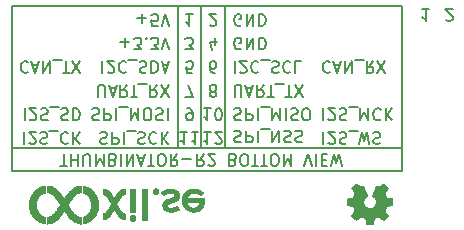
<source format=gbr>
G04 #@! TF.FileFunction,Legend,Bot*
%FSLAX46Y46*%
G04 Gerber Fmt 4.6, Leading zero omitted, Abs format (unit mm)*
G04 Created by KiCad (PCBNEW (2016-09-30 revision 278ee7d)-makepkg) date Sun Nov 13 05:54:16 2016*
%MOMM*%
%LPD*%
G01*
G04 APERTURE LIST*
%ADD10C,0.100000*%
%ADD11C,0.150000*%
%ADD12C,0.200000*%
%ADD13C,0.010000*%
G04 APERTURE END LIST*
D10*
D11*
X81157023Y-55642857D02*
X81109404Y-55595238D01*
X80966547Y-55547619D01*
X80871309Y-55547619D01*
X80728452Y-55595238D01*
X80633214Y-55690476D01*
X80585595Y-55785714D01*
X80537976Y-55976190D01*
X80537976Y-56119047D01*
X80585595Y-56309523D01*
X80633214Y-56404761D01*
X80728452Y-56500000D01*
X80871309Y-56547619D01*
X80966547Y-56547619D01*
X81109404Y-56500000D01*
X81157023Y-56452380D01*
X81537976Y-55833333D02*
X82014166Y-55833333D01*
X81442738Y-55547619D02*
X81776071Y-56547619D01*
X82109404Y-55547619D01*
X82442738Y-55547619D02*
X82442738Y-56547619D01*
X83014166Y-55547619D01*
X83014166Y-56547619D01*
X83252261Y-55452380D02*
X84014166Y-55452380D01*
X84823690Y-55547619D02*
X84490357Y-56023809D01*
X84252261Y-55547619D02*
X84252261Y-56547619D01*
X84633214Y-56547619D01*
X84728452Y-56500000D01*
X84776071Y-56452380D01*
X84823690Y-56357142D01*
X84823690Y-56214285D01*
X84776071Y-56119047D01*
X84728452Y-56071428D01*
X84633214Y-56023809D01*
X84252261Y-56023809D01*
X85157023Y-56547619D02*
X85823690Y-55547619D01*
X85823690Y-56547619D02*
X85157023Y-55547619D01*
X80585595Y-59547619D02*
X80585595Y-60547619D01*
X81014166Y-60452380D02*
X81061785Y-60500000D01*
X81157023Y-60547619D01*
X81395119Y-60547619D01*
X81490357Y-60500000D01*
X81537976Y-60452380D01*
X81585595Y-60357142D01*
X81585595Y-60261904D01*
X81537976Y-60119047D01*
X80966547Y-59547619D01*
X81585595Y-59547619D01*
X81966547Y-59595238D02*
X82109404Y-59547619D01*
X82347500Y-59547619D01*
X82442738Y-59595238D01*
X82490357Y-59642857D01*
X82537976Y-59738095D01*
X82537976Y-59833333D01*
X82490357Y-59928571D01*
X82442738Y-59976190D01*
X82347500Y-60023809D01*
X82157023Y-60071428D01*
X82061785Y-60119047D01*
X82014166Y-60166666D01*
X81966547Y-60261904D01*
X81966547Y-60357142D01*
X82014166Y-60452380D01*
X82061785Y-60500000D01*
X82157023Y-60547619D01*
X82395119Y-60547619D01*
X82537976Y-60500000D01*
X82728452Y-59452380D02*
X83490357Y-59452380D01*
X83728452Y-59547619D02*
X83728452Y-60547619D01*
X84061785Y-59833333D01*
X84395119Y-60547619D01*
X84395119Y-59547619D01*
X85442738Y-59642857D02*
X85395119Y-59595238D01*
X85252261Y-59547619D01*
X85157023Y-59547619D01*
X85014166Y-59595238D01*
X84918928Y-59690476D01*
X84871309Y-59785714D01*
X84823690Y-59976190D01*
X84823690Y-60119047D01*
X84871309Y-60309523D01*
X84918928Y-60404761D01*
X85014166Y-60500000D01*
X85157023Y-60547619D01*
X85252261Y-60547619D01*
X85395119Y-60500000D01*
X85442738Y-60452380D01*
X85871309Y-59547619D02*
X85871309Y-60547619D01*
X86442738Y-59547619D02*
X86014166Y-60119047D01*
X86442738Y-60547619D02*
X85871309Y-59976190D01*
X80585595Y-61547619D02*
X80585595Y-62547619D01*
X81014166Y-62452380D02*
X81061785Y-62500000D01*
X81157023Y-62547619D01*
X81395119Y-62547619D01*
X81490357Y-62500000D01*
X81537976Y-62452380D01*
X81585595Y-62357142D01*
X81585595Y-62261904D01*
X81537976Y-62119047D01*
X80966547Y-61547619D01*
X81585595Y-61547619D01*
X81966547Y-61595238D02*
X82109404Y-61547619D01*
X82347500Y-61547619D01*
X82442738Y-61595238D01*
X82490357Y-61642857D01*
X82537976Y-61738095D01*
X82537976Y-61833333D01*
X82490357Y-61928571D01*
X82442738Y-61976190D01*
X82347500Y-62023809D01*
X82157023Y-62071428D01*
X82061785Y-62119047D01*
X82014166Y-62166666D01*
X81966547Y-62261904D01*
X81966547Y-62357142D01*
X82014166Y-62452380D01*
X82061785Y-62500000D01*
X82157023Y-62547619D01*
X82395119Y-62547619D01*
X82537976Y-62500000D01*
X82728452Y-61452380D02*
X83490357Y-61452380D01*
X83633214Y-62547619D02*
X83871309Y-61547619D01*
X84061785Y-62261904D01*
X84252261Y-61547619D01*
X84490357Y-62547619D01*
X84823690Y-61595238D02*
X84966547Y-61547619D01*
X85204642Y-61547619D01*
X85299880Y-61595238D01*
X85347500Y-61642857D01*
X85395119Y-61738095D01*
X85395119Y-61833333D01*
X85347500Y-61928571D01*
X85299880Y-61976190D01*
X85204642Y-62023809D01*
X85014166Y-62071428D01*
X84918928Y-62119047D01*
X84871309Y-62166666D01*
X84823690Y-62261904D01*
X84823690Y-62357142D01*
X84871309Y-62452380D01*
X84918928Y-62500000D01*
X85014166Y-62547619D01*
X85252261Y-62547619D01*
X85395119Y-62500000D01*
X55581071Y-55642857D02*
X55533452Y-55595238D01*
X55390595Y-55547619D01*
X55295357Y-55547619D01*
X55152500Y-55595238D01*
X55057261Y-55690476D01*
X55009642Y-55785714D01*
X54962023Y-55976190D01*
X54962023Y-56119047D01*
X55009642Y-56309523D01*
X55057261Y-56404761D01*
X55152500Y-56500000D01*
X55295357Y-56547619D01*
X55390595Y-56547619D01*
X55533452Y-56500000D01*
X55581071Y-56452380D01*
X55962023Y-55833333D02*
X56438214Y-55833333D01*
X55866785Y-55547619D02*
X56200119Y-56547619D01*
X56533452Y-55547619D01*
X56866785Y-55547619D02*
X56866785Y-56547619D01*
X57438214Y-55547619D01*
X57438214Y-56547619D01*
X57676309Y-55452380D02*
X58438214Y-55452380D01*
X58533452Y-56547619D02*
X59104880Y-56547619D01*
X58819166Y-55547619D02*
X58819166Y-56547619D01*
X59342976Y-56547619D02*
X60009642Y-55547619D01*
X60009642Y-56547619D02*
X59342976Y-55547619D01*
X55295357Y-59547619D02*
X55295357Y-60547619D01*
X55723928Y-60452380D02*
X55771547Y-60500000D01*
X55866785Y-60547619D01*
X56104880Y-60547619D01*
X56200119Y-60500000D01*
X56247738Y-60452380D01*
X56295357Y-60357142D01*
X56295357Y-60261904D01*
X56247738Y-60119047D01*
X55676309Y-59547619D01*
X56295357Y-59547619D01*
X56676309Y-59595238D02*
X56819166Y-59547619D01*
X57057261Y-59547619D01*
X57152500Y-59595238D01*
X57200119Y-59642857D01*
X57247738Y-59738095D01*
X57247738Y-59833333D01*
X57200119Y-59928571D01*
X57152500Y-59976190D01*
X57057261Y-60023809D01*
X56866785Y-60071428D01*
X56771547Y-60119047D01*
X56723928Y-60166666D01*
X56676309Y-60261904D01*
X56676309Y-60357142D01*
X56723928Y-60452380D01*
X56771547Y-60500000D01*
X56866785Y-60547619D01*
X57104880Y-60547619D01*
X57247738Y-60500000D01*
X57438214Y-59452380D02*
X58200119Y-59452380D01*
X58390595Y-59595238D02*
X58533452Y-59547619D01*
X58771547Y-59547619D01*
X58866785Y-59595238D01*
X58914404Y-59642857D01*
X58962023Y-59738095D01*
X58962023Y-59833333D01*
X58914404Y-59928571D01*
X58866785Y-59976190D01*
X58771547Y-60023809D01*
X58581071Y-60071428D01*
X58485833Y-60119047D01*
X58438214Y-60166666D01*
X58390595Y-60261904D01*
X58390595Y-60357142D01*
X58438214Y-60452380D01*
X58485833Y-60500000D01*
X58581071Y-60547619D01*
X58819166Y-60547619D01*
X58962023Y-60500000D01*
X59390595Y-59547619D02*
X59390595Y-60547619D01*
X59628690Y-60547619D01*
X59771547Y-60500000D01*
X59866785Y-60404761D01*
X59914404Y-60309523D01*
X59962023Y-60119047D01*
X59962023Y-59976190D01*
X59914404Y-59785714D01*
X59866785Y-59690476D01*
X59771547Y-59595238D01*
X59628690Y-59547619D01*
X59390595Y-59547619D01*
X55247738Y-61547619D02*
X55247738Y-62547619D01*
X55676309Y-62452380D02*
X55723928Y-62500000D01*
X55819166Y-62547619D01*
X56057261Y-62547619D01*
X56152500Y-62500000D01*
X56200119Y-62452380D01*
X56247738Y-62357142D01*
X56247738Y-62261904D01*
X56200119Y-62119047D01*
X55628690Y-61547619D01*
X56247738Y-61547619D01*
X56628690Y-61595238D02*
X56771547Y-61547619D01*
X57009642Y-61547619D01*
X57104880Y-61595238D01*
X57152500Y-61642857D01*
X57200119Y-61738095D01*
X57200119Y-61833333D01*
X57152500Y-61928571D01*
X57104880Y-61976190D01*
X57009642Y-62023809D01*
X56819166Y-62071428D01*
X56723928Y-62119047D01*
X56676309Y-62166666D01*
X56628690Y-62261904D01*
X56628690Y-62357142D01*
X56676309Y-62452380D01*
X56723928Y-62500000D01*
X56819166Y-62547619D01*
X57057261Y-62547619D01*
X57200119Y-62500000D01*
X57390595Y-61452380D02*
X58152500Y-61452380D01*
X58962023Y-61642857D02*
X58914404Y-61595238D01*
X58771547Y-61547619D01*
X58676309Y-61547619D01*
X58533452Y-61595238D01*
X58438214Y-61690476D01*
X58390595Y-61785714D01*
X58342976Y-61976190D01*
X58342976Y-62119047D01*
X58390595Y-62309523D01*
X58438214Y-62404761D01*
X58533452Y-62500000D01*
X58676309Y-62547619D01*
X58771547Y-62547619D01*
X58914404Y-62500000D01*
X58962023Y-62452380D01*
X59390595Y-61547619D02*
X59390595Y-62547619D01*
X59962023Y-61547619D02*
X59533452Y-62119047D01*
X59962023Y-62547619D02*
X59390595Y-61976190D01*
X90964285Y-52026728D02*
X91011904Y-52074348D01*
X91107142Y-52121967D01*
X91345238Y-52121967D01*
X91440476Y-52074348D01*
X91488095Y-52026728D01*
X91535714Y-51931490D01*
X91535714Y-51836252D01*
X91488095Y-51693395D01*
X90916666Y-51121967D01*
X91535714Y-51121967D01*
X89535714Y-51121967D02*
X88964285Y-51121967D01*
X89250000Y-51121967D02*
X89250000Y-52121967D01*
X89154761Y-51979109D01*
X89059523Y-51883871D01*
X88964285Y-51836252D01*
X58321428Y-64421967D02*
X58892857Y-64421967D01*
X58607142Y-63421967D02*
X58607142Y-64421967D01*
X59226190Y-63421967D02*
X59226190Y-64421967D01*
X59226190Y-63945776D02*
X59797619Y-63945776D01*
X59797619Y-63421967D02*
X59797619Y-64421967D01*
X60273809Y-64421967D02*
X60273809Y-63612443D01*
X60321428Y-63517205D01*
X60369047Y-63469586D01*
X60464285Y-63421967D01*
X60654761Y-63421967D01*
X60750000Y-63469586D01*
X60797619Y-63517205D01*
X60845238Y-63612443D01*
X60845238Y-64421967D01*
X61321428Y-63421967D02*
X61321428Y-64421967D01*
X61654761Y-63707681D01*
X61988095Y-64421967D01*
X61988095Y-63421967D01*
X62797619Y-63945776D02*
X62940476Y-63898157D01*
X62988095Y-63850538D01*
X63035714Y-63755300D01*
X63035714Y-63612443D01*
X62988095Y-63517205D01*
X62940476Y-63469586D01*
X62845238Y-63421967D01*
X62464285Y-63421967D01*
X62464285Y-64421967D01*
X62797619Y-64421967D01*
X62892857Y-64374348D01*
X62940476Y-64326728D01*
X62988095Y-64231490D01*
X62988095Y-64136252D01*
X62940476Y-64041014D01*
X62892857Y-63993395D01*
X62797619Y-63945776D01*
X62464285Y-63945776D01*
X63464285Y-63421967D02*
X63464285Y-64421967D01*
X63940476Y-63421967D02*
X63940476Y-64421967D01*
X64511904Y-63421967D01*
X64511904Y-64421967D01*
X64940476Y-63707681D02*
X65416666Y-63707681D01*
X64845238Y-63421967D02*
X65178571Y-64421967D01*
X65511904Y-63421967D01*
X65702380Y-64421967D02*
X66273809Y-64421967D01*
X65988095Y-63421967D02*
X65988095Y-64421967D01*
X66797619Y-64421967D02*
X66988095Y-64421967D01*
X67083333Y-64374348D01*
X67178571Y-64279109D01*
X67226190Y-64088633D01*
X67226190Y-63755300D01*
X67178571Y-63564824D01*
X67083333Y-63469586D01*
X66988095Y-63421967D01*
X66797619Y-63421967D01*
X66702380Y-63469586D01*
X66607142Y-63564824D01*
X66559523Y-63755300D01*
X66559523Y-64088633D01*
X66607142Y-64279109D01*
X66702380Y-64374348D01*
X66797619Y-64421967D01*
X68226190Y-63421967D02*
X67892857Y-63898157D01*
X67654761Y-63421967D02*
X67654761Y-64421967D01*
X68035714Y-64421967D01*
X68130952Y-64374348D01*
X68178571Y-64326728D01*
X68226190Y-64231490D01*
X68226190Y-64088633D01*
X68178571Y-63993395D01*
X68130952Y-63945776D01*
X68035714Y-63898157D01*
X67654761Y-63898157D01*
X68654761Y-63802919D02*
X69416666Y-63802919D01*
X70464285Y-63421967D02*
X70130952Y-63898157D01*
X69892857Y-63421967D02*
X69892857Y-64421967D01*
X70273809Y-64421967D01*
X70369047Y-64374348D01*
X70416666Y-64326728D01*
X70464285Y-64231490D01*
X70464285Y-64088633D01*
X70416666Y-63993395D01*
X70369047Y-63945776D01*
X70273809Y-63898157D01*
X69892857Y-63898157D01*
X70845238Y-64326728D02*
X70892857Y-64374348D01*
X70988095Y-64421967D01*
X71226190Y-64421967D01*
X71321428Y-64374348D01*
X71369047Y-64326728D01*
X71416666Y-64231490D01*
X71416666Y-64136252D01*
X71369047Y-63993395D01*
X70797619Y-63421967D01*
X71416666Y-63421967D01*
X72940476Y-63945776D02*
X73083333Y-63898157D01*
X73130952Y-63850538D01*
X73178571Y-63755300D01*
X73178571Y-63612443D01*
X73130952Y-63517205D01*
X73083333Y-63469586D01*
X72988095Y-63421967D01*
X72607142Y-63421967D01*
X72607142Y-64421967D01*
X72940476Y-64421967D01*
X73035714Y-64374348D01*
X73083333Y-64326728D01*
X73130952Y-64231490D01*
X73130952Y-64136252D01*
X73083333Y-64041014D01*
X73035714Y-63993395D01*
X72940476Y-63945776D01*
X72607142Y-63945776D01*
X73797619Y-64421967D02*
X73988095Y-64421967D01*
X74083333Y-64374348D01*
X74178571Y-64279109D01*
X74226190Y-64088633D01*
X74226190Y-63755300D01*
X74178571Y-63564824D01*
X74083333Y-63469586D01*
X73988095Y-63421967D01*
X73797619Y-63421967D01*
X73702380Y-63469586D01*
X73607142Y-63564824D01*
X73559523Y-63755300D01*
X73559523Y-64088633D01*
X73607142Y-64279109D01*
X73702380Y-64374348D01*
X73797619Y-64421967D01*
X74511904Y-64421967D02*
X75083333Y-64421967D01*
X74797619Y-63421967D02*
X74797619Y-64421967D01*
X75273809Y-64421967D02*
X75845238Y-64421967D01*
X75559523Y-63421967D02*
X75559523Y-64421967D01*
X76369047Y-64421967D02*
X76559523Y-64421967D01*
X76654761Y-64374348D01*
X76750000Y-64279109D01*
X76797619Y-64088633D01*
X76797619Y-63755300D01*
X76750000Y-63564824D01*
X76654761Y-63469586D01*
X76559523Y-63421967D01*
X76369047Y-63421967D01*
X76273809Y-63469586D01*
X76178571Y-63564824D01*
X76130952Y-63755300D01*
X76130952Y-64088633D01*
X76178571Y-64279109D01*
X76273809Y-64374348D01*
X76369047Y-64421967D01*
X77226190Y-63421967D02*
X77226190Y-64421967D01*
X77559523Y-63707681D01*
X77892857Y-64421967D01*
X77892857Y-63421967D01*
X78988095Y-64421967D02*
X79321428Y-63421967D01*
X79654761Y-64421967D01*
X79988095Y-63421967D02*
X79988095Y-64421967D01*
X80464285Y-63945776D02*
X80797619Y-63945776D01*
X80940476Y-63421967D02*
X80464285Y-63421967D01*
X80464285Y-64421967D01*
X80940476Y-64421967D01*
X81273809Y-64421967D02*
X81511904Y-63421967D01*
X81702380Y-64136252D01*
X81892857Y-63421967D01*
X82130952Y-64421967D01*
D12*
X54250000Y-64874348D02*
X87250000Y-64874348D01*
X87250000Y-50874348D02*
X87250000Y-64874348D01*
X54250000Y-50874348D02*
X54250000Y-64874348D01*
X54250000Y-62874348D02*
X87250000Y-62874348D01*
X54250000Y-50874348D02*
X87250000Y-50874348D01*
D11*
X61700119Y-61595238D02*
X61842976Y-61547619D01*
X62081071Y-61547619D01*
X62176309Y-61595238D01*
X62223928Y-61642857D01*
X62271547Y-61738095D01*
X62271547Y-61833333D01*
X62223928Y-61928571D01*
X62176309Y-61976190D01*
X62081071Y-62023809D01*
X61890595Y-62071428D01*
X61795357Y-62119047D01*
X61747738Y-62166666D01*
X61700119Y-62261904D01*
X61700119Y-62357142D01*
X61747738Y-62452380D01*
X61795357Y-62500000D01*
X61890595Y-62547619D01*
X62128690Y-62547619D01*
X62271547Y-62500000D01*
X62700119Y-61547619D02*
X62700119Y-62547619D01*
X63081071Y-62547619D01*
X63176309Y-62500000D01*
X63223928Y-62452380D01*
X63271547Y-62357142D01*
X63271547Y-62214285D01*
X63223928Y-62119047D01*
X63176309Y-62071428D01*
X63081071Y-62023809D01*
X62700119Y-62023809D01*
X63700119Y-61547619D02*
X63700119Y-62547619D01*
X63938214Y-61452380D02*
X64700119Y-61452380D01*
X64890595Y-61595238D02*
X65033452Y-61547619D01*
X65271547Y-61547619D01*
X65366785Y-61595238D01*
X65414404Y-61642857D01*
X65462023Y-61738095D01*
X65462023Y-61833333D01*
X65414404Y-61928571D01*
X65366785Y-61976190D01*
X65271547Y-62023809D01*
X65081071Y-62071428D01*
X64985833Y-62119047D01*
X64938214Y-62166666D01*
X64890595Y-62261904D01*
X64890595Y-62357142D01*
X64938214Y-62452380D01*
X64985833Y-62500000D01*
X65081071Y-62547619D01*
X65319166Y-62547619D01*
X65462023Y-62500000D01*
X66462023Y-61642857D02*
X66414404Y-61595238D01*
X66271547Y-61547619D01*
X66176309Y-61547619D01*
X66033452Y-61595238D01*
X65938214Y-61690476D01*
X65890595Y-61785714D01*
X65842976Y-61976190D01*
X65842976Y-62119047D01*
X65890595Y-62309523D01*
X65938214Y-62404761D01*
X66033452Y-62500000D01*
X66176309Y-62547619D01*
X66271547Y-62547619D01*
X66414404Y-62500000D01*
X66462023Y-62452380D01*
X66890595Y-61547619D02*
X66890595Y-62547619D01*
X67462023Y-61547619D02*
X67033452Y-62119047D01*
X67462023Y-62547619D02*
X66890595Y-61976190D01*
X61033452Y-59595238D02*
X61176309Y-59547619D01*
X61414404Y-59547619D01*
X61509642Y-59595238D01*
X61557261Y-59642857D01*
X61604880Y-59738095D01*
X61604880Y-59833333D01*
X61557261Y-59928571D01*
X61509642Y-59976190D01*
X61414404Y-60023809D01*
X61223928Y-60071428D01*
X61128690Y-60119047D01*
X61081071Y-60166666D01*
X61033452Y-60261904D01*
X61033452Y-60357142D01*
X61081071Y-60452380D01*
X61128690Y-60500000D01*
X61223928Y-60547619D01*
X61462023Y-60547619D01*
X61604880Y-60500000D01*
X62033452Y-59547619D02*
X62033452Y-60547619D01*
X62414404Y-60547619D01*
X62509642Y-60500000D01*
X62557261Y-60452380D01*
X62604880Y-60357142D01*
X62604880Y-60214285D01*
X62557261Y-60119047D01*
X62509642Y-60071428D01*
X62414404Y-60023809D01*
X62033452Y-60023809D01*
X63033452Y-59547619D02*
X63033452Y-60547619D01*
X63271547Y-59452380D02*
X64033452Y-59452380D01*
X64271547Y-59547619D02*
X64271547Y-60547619D01*
X64604880Y-59833333D01*
X64938214Y-60547619D01*
X64938214Y-59547619D01*
X65604880Y-60547619D02*
X65795357Y-60547619D01*
X65890595Y-60500000D01*
X65985833Y-60404761D01*
X66033452Y-60214285D01*
X66033452Y-59880952D01*
X65985833Y-59690476D01*
X65890595Y-59595238D01*
X65795357Y-59547619D01*
X65604880Y-59547619D01*
X65509642Y-59595238D01*
X65414404Y-59690476D01*
X65366785Y-59880952D01*
X65366785Y-60214285D01*
X65414404Y-60404761D01*
X65509642Y-60500000D01*
X65604880Y-60547619D01*
X66414404Y-59595238D02*
X66557261Y-59547619D01*
X66795357Y-59547619D01*
X66890595Y-59595238D01*
X66938214Y-59642857D01*
X66985833Y-59738095D01*
X66985833Y-59833333D01*
X66938214Y-59928571D01*
X66890595Y-59976190D01*
X66795357Y-60023809D01*
X66604880Y-60071428D01*
X66509642Y-60119047D01*
X66462023Y-60166666D01*
X66414404Y-60261904D01*
X66414404Y-60357142D01*
X66462023Y-60452380D01*
X66509642Y-60500000D01*
X66604880Y-60547619D01*
X66842976Y-60547619D01*
X66985833Y-60500000D01*
X67414404Y-59547619D02*
X67414404Y-60547619D01*
X61509642Y-58547619D02*
X61509642Y-57738095D01*
X61557261Y-57642857D01*
X61604880Y-57595238D01*
X61700119Y-57547619D01*
X61890595Y-57547619D01*
X61985833Y-57595238D01*
X62033452Y-57642857D01*
X62081071Y-57738095D01*
X62081071Y-58547619D01*
X62509642Y-57833333D02*
X62985833Y-57833333D01*
X62414404Y-57547619D02*
X62747738Y-58547619D01*
X63081071Y-57547619D01*
X63985833Y-57547619D02*
X63652500Y-58023809D01*
X63414404Y-57547619D02*
X63414404Y-58547619D01*
X63795357Y-58547619D01*
X63890595Y-58500000D01*
X63938214Y-58452380D01*
X63985833Y-58357142D01*
X63985833Y-58214285D01*
X63938214Y-58119047D01*
X63890595Y-58071428D01*
X63795357Y-58023809D01*
X63414404Y-58023809D01*
X64271547Y-58547619D02*
X64842976Y-58547619D01*
X64557261Y-57547619D02*
X64557261Y-58547619D01*
X64938214Y-57452380D02*
X65700119Y-57452380D01*
X66509642Y-57547619D02*
X66176309Y-58023809D01*
X65938214Y-57547619D02*
X65938214Y-58547619D01*
X66319166Y-58547619D01*
X66414404Y-58500000D01*
X66462023Y-58452380D01*
X66509642Y-58357142D01*
X66509642Y-58214285D01*
X66462023Y-58119047D01*
X66414404Y-58071428D01*
X66319166Y-58023809D01*
X65938214Y-58023809D01*
X66842976Y-58547619D02*
X67509642Y-57547619D01*
X67509642Y-58547619D02*
X66842976Y-57547619D01*
X61890595Y-55547619D02*
X61890595Y-56547619D01*
X62319166Y-56452380D02*
X62366785Y-56500000D01*
X62462023Y-56547619D01*
X62700119Y-56547619D01*
X62795357Y-56500000D01*
X62842976Y-56452380D01*
X62890595Y-56357142D01*
X62890595Y-56261904D01*
X62842976Y-56119047D01*
X62271547Y-55547619D01*
X62890595Y-55547619D01*
X63890595Y-55642857D02*
X63842976Y-55595238D01*
X63700119Y-55547619D01*
X63604880Y-55547619D01*
X63462023Y-55595238D01*
X63366785Y-55690476D01*
X63319166Y-55785714D01*
X63271547Y-55976190D01*
X63271547Y-56119047D01*
X63319166Y-56309523D01*
X63366785Y-56404761D01*
X63462023Y-56500000D01*
X63604880Y-56547619D01*
X63700119Y-56547619D01*
X63842976Y-56500000D01*
X63890595Y-56452380D01*
X64081071Y-55452380D02*
X64842976Y-55452380D01*
X65033452Y-55595238D02*
X65176309Y-55547619D01*
X65414404Y-55547619D01*
X65509642Y-55595238D01*
X65557261Y-55642857D01*
X65604880Y-55738095D01*
X65604880Y-55833333D01*
X65557261Y-55928571D01*
X65509642Y-55976190D01*
X65414404Y-56023809D01*
X65223928Y-56071428D01*
X65128690Y-56119047D01*
X65081071Y-56166666D01*
X65033452Y-56261904D01*
X65033452Y-56357142D01*
X65081071Y-56452380D01*
X65128690Y-56500000D01*
X65223928Y-56547619D01*
X65462023Y-56547619D01*
X65604880Y-56500000D01*
X66033452Y-55547619D02*
X66033452Y-56547619D01*
X66271547Y-56547619D01*
X66414404Y-56500000D01*
X66509642Y-56404761D01*
X66557261Y-56309523D01*
X66604880Y-56119047D01*
X66604880Y-55976190D01*
X66557261Y-55785714D01*
X66509642Y-55690476D01*
X66414404Y-55595238D01*
X66271547Y-55547619D01*
X66033452Y-55547619D01*
X66985833Y-55833333D02*
X67462023Y-55833333D01*
X66890595Y-55547619D02*
X67223928Y-56547619D01*
X67557261Y-55547619D01*
X73037976Y-61469586D02*
X73180833Y-61421967D01*
X73418928Y-61421967D01*
X73514166Y-61469586D01*
X73561785Y-61517205D01*
X73609404Y-61612443D01*
X73609404Y-61707681D01*
X73561785Y-61802919D01*
X73514166Y-61850538D01*
X73418928Y-61898157D01*
X73228452Y-61945776D01*
X73133214Y-61993395D01*
X73085595Y-62041014D01*
X73037976Y-62136252D01*
X73037976Y-62231490D01*
X73085595Y-62326728D01*
X73133214Y-62374348D01*
X73228452Y-62421967D01*
X73466547Y-62421967D01*
X73609404Y-62374348D01*
X74037976Y-61421967D02*
X74037976Y-62421967D01*
X74418928Y-62421967D01*
X74514166Y-62374348D01*
X74561785Y-62326728D01*
X74609404Y-62231490D01*
X74609404Y-62088633D01*
X74561785Y-61993395D01*
X74514166Y-61945776D01*
X74418928Y-61898157D01*
X74037976Y-61898157D01*
X75037976Y-61421967D02*
X75037976Y-62421967D01*
X75276071Y-61326728D02*
X76037976Y-61326728D01*
X76276071Y-61421967D02*
X76276071Y-62421967D01*
X76847500Y-61421967D01*
X76847500Y-62421967D01*
X77276071Y-61469586D02*
X77418928Y-61421967D01*
X77657023Y-61421967D01*
X77752261Y-61469586D01*
X77799880Y-61517205D01*
X77847500Y-61612443D01*
X77847500Y-61707681D01*
X77799880Y-61802919D01*
X77752261Y-61850538D01*
X77657023Y-61898157D01*
X77466547Y-61945776D01*
X77371309Y-61993395D01*
X77323690Y-62041014D01*
X77276071Y-62136252D01*
X77276071Y-62231490D01*
X77323690Y-62326728D01*
X77371309Y-62374348D01*
X77466547Y-62421967D01*
X77704642Y-62421967D01*
X77847500Y-62374348D01*
X78228452Y-61469586D02*
X78371309Y-61421967D01*
X78609404Y-61421967D01*
X78704642Y-61469586D01*
X78752261Y-61517205D01*
X78799880Y-61612443D01*
X78799880Y-61707681D01*
X78752261Y-61802919D01*
X78704642Y-61850538D01*
X78609404Y-61898157D01*
X78418928Y-61945776D01*
X78323690Y-61993395D01*
X78276071Y-62041014D01*
X78228452Y-62136252D01*
X78228452Y-62231490D01*
X78276071Y-62326728D01*
X78323690Y-62374348D01*
X78418928Y-62421967D01*
X78657023Y-62421967D01*
X78799880Y-62374348D01*
X73037976Y-59595238D02*
X73180833Y-59547619D01*
X73418928Y-59547619D01*
X73514166Y-59595238D01*
X73561785Y-59642857D01*
X73609404Y-59738095D01*
X73609404Y-59833333D01*
X73561785Y-59928571D01*
X73514166Y-59976190D01*
X73418928Y-60023809D01*
X73228452Y-60071428D01*
X73133214Y-60119047D01*
X73085595Y-60166666D01*
X73037976Y-60261904D01*
X73037976Y-60357142D01*
X73085595Y-60452380D01*
X73133214Y-60500000D01*
X73228452Y-60547619D01*
X73466547Y-60547619D01*
X73609404Y-60500000D01*
X74037976Y-59547619D02*
X74037976Y-60547619D01*
X74418928Y-60547619D01*
X74514166Y-60500000D01*
X74561785Y-60452380D01*
X74609404Y-60357142D01*
X74609404Y-60214285D01*
X74561785Y-60119047D01*
X74514166Y-60071428D01*
X74418928Y-60023809D01*
X74037976Y-60023809D01*
X75037976Y-59547619D02*
X75037976Y-60547619D01*
X75276071Y-59452380D02*
X76037976Y-59452380D01*
X76276071Y-59547619D02*
X76276071Y-60547619D01*
X76609404Y-59833333D01*
X76942738Y-60547619D01*
X76942738Y-59547619D01*
X77418928Y-59547619D02*
X77418928Y-60547619D01*
X77847500Y-59595238D02*
X77990357Y-59547619D01*
X78228452Y-59547619D01*
X78323690Y-59595238D01*
X78371309Y-59642857D01*
X78418928Y-59738095D01*
X78418928Y-59833333D01*
X78371309Y-59928571D01*
X78323690Y-59976190D01*
X78228452Y-60023809D01*
X78037976Y-60071428D01*
X77942738Y-60119047D01*
X77895119Y-60166666D01*
X77847500Y-60261904D01*
X77847500Y-60357142D01*
X77895119Y-60452380D01*
X77942738Y-60500000D01*
X78037976Y-60547619D01*
X78276071Y-60547619D01*
X78418928Y-60500000D01*
X79037976Y-60547619D02*
X79228452Y-60547619D01*
X79323690Y-60500000D01*
X79418928Y-60404761D01*
X79466547Y-60214285D01*
X79466547Y-59880952D01*
X79418928Y-59690476D01*
X79323690Y-59595238D01*
X79228452Y-59547619D01*
X79037976Y-59547619D01*
X78942738Y-59595238D01*
X78847500Y-59690476D01*
X78799880Y-59880952D01*
X78799880Y-60214285D01*
X78847500Y-60404761D01*
X78942738Y-60500000D01*
X79037976Y-60547619D01*
X73085595Y-58547619D02*
X73085595Y-57738095D01*
X73133214Y-57642857D01*
X73180833Y-57595238D01*
X73276071Y-57547619D01*
X73466547Y-57547619D01*
X73561785Y-57595238D01*
X73609404Y-57642857D01*
X73657023Y-57738095D01*
X73657023Y-58547619D01*
X74085595Y-57833333D02*
X74561785Y-57833333D01*
X73990357Y-57547619D02*
X74323690Y-58547619D01*
X74657023Y-57547619D01*
X75561785Y-57547619D02*
X75228452Y-58023809D01*
X74990357Y-57547619D02*
X74990357Y-58547619D01*
X75371309Y-58547619D01*
X75466547Y-58500000D01*
X75514166Y-58452380D01*
X75561785Y-58357142D01*
X75561785Y-58214285D01*
X75514166Y-58119047D01*
X75466547Y-58071428D01*
X75371309Y-58023809D01*
X74990357Y-58023809D01*
X75847500Y-58547619D02*
X76418928Y-58547619D01*
X76133214Y-57547619D02*
X76133214Y-58547619D01*
X76514166Y-57452380D02*
X77276071Y-57452380D01*
X77371309Y-58547619D02*
X77942738Y-58547619D01*
X77657023Y-57547619D02*
X77657023Y-58547619D01*
X78180833Y-58547619D02*
X78847500Y-57547619D01*
X78847500Y-58547619D02*
X78180833Y-57547619D01*
X73085595Y-55547619D02*
X73085595Y-56547619D01*
X73514166Y-56452380D02*
X73561785Y-56500000D01*
X73657023Y-56547619D01*
X73895119Y-56547619D01*
X73990357Y-56500000D01*
X74037976Y-56452380D01*
X74085595Y-56357142D01*
X74085595Y-56261904D01*
X74037976Y-56119047D01*
X73466547Y-55547619D01*
X74085595Y-55547619D01*
X75085595Y-55642857D02*
X75037976Y-55595238D01*
X74895119Y-55547619D01*
X74799880Y-55547619D01*
X74657023Y-55595238D01*
X74561785Y-55690476D01*
X74514166Y-55785714D01*
X74466547Y-55976190D01*
X74466547Y-56119047D01*
X74514166Y-56309523D01*
X74561785Y-56404761D01*
X74657023Y-56500000D01*
X74799880Y-56547619D01*
X74895119Y-56547619D01*
X75037976Y-56500000D01*
X75085595Y-56452380D01*
X75276071Y-55452380D02*
X76037976Y-55452380D01*
X76228452Y-55595238D02*
X76371309Y-55547619D01*
X76609404Y-55547619D01*
X76704642Y-55595238D01*
X76752261Y-55642857D01*
X76799880Y-55738095D01*
X76799880Y-55833333D01*
X76752261Y-55928571D01*
X76704642Y-55976190D01*
X76609404Y-56023809D01*
X76418928Y-56071428D01*
X76323690Y-56119047D01*
X76276071Y-56166666D01*
X76228452Y-56261904D01*
X76228452Y-56357142D01*
X76276071Y-56452380D01*
X76323690Y-56500000D01*
X76418928Y-56547619D01*
X76657023Y-56547619D01*
X76799880Y-56500000D01*
X77799880Y-55642857D02*
X77752261Y-55595238D01*
X77609404Y-55547619D01*
X77514166Y-55547619D01*
X77371309Y-55595238D01*
X77276071Y-55690476D01*
X77228452Y-55785714D01*
X77180833Y-55976190D01*
X77180833Y-56119047D01*
X77228452Y-56309523D01*
X77276071Y-56404761D01*
X77371309Y-56500000D01*
X77514166Y-56547619D01*
X77609404Y-56547619D01*
X77752261Y-56500000D01*
X77799880Y-56452380D01*
X78704642Y-55547619D02*
X78228452Y-55547619D01*
X78228452Y-56547619D01*
X73609404Y-54500000D02*
X73514166Y-54547619D01*
X73371309Y-54547619D01*
X73228452Y-54500000D01*
X73133214Y-54404761D01*
X73085595Y-54309523D01*
X73037976Y-54119047D01*
X73037976Y-53976190D01*
X73085595Y-53785714D01*
X73133214Y-53690476D01*
X73228452Y-53595238D01*
X73371309Y-53547619D01*
X73466547Y-53547619D01*
X73609404Y-53595238D01*
X73657023Y-53642857D01*
X73657023Y-53976190D01*
X73466547Y-53976190D01*
X74085595Y-53547619D02*
X74085595Y-54547619D01*
X74657023Y-53547619D01*
X74657023Y-54547619D01*
X75133214Y-53547619D02*
X75133214Y-54547619D01*
X75371309Y-54547619D01*
X75514166Y-54500000D01*
X75609404Y-54404761D01*
X75657023Y-54309523D01*
X75704642Y-54119047D01*
X75704642Y-53976190D01*
X75657023Y-53785714D01*
X75609404Y-53690476D01*
X75514166Y-53595238D01*
X75371309Y-53547619D01*
X75133214Y-53547619D01*
X63414404Y-53928571D02*
X64176309Y-53928571D01*
X63795357Y-53547619D02*
X63795357Y-54309523D01*
X64557261Y-54547619D02*
X65176309Y-54547619D01*
X64842976Y-54166666D01*
X64985833Y-54166666D01*
X65081071Y-54119047D01*
X65128690Y-54071428D01*
X65176309Y-53976190D01*
X65176309Y-53738095D01*
X65128690Y-53642857D01*
X65081071Y-53595238D01*
X64985833Y-53547619D01*
X64700119Y-53547619D01*
X64604880Y-53595238D01*
X64557261Y-53642857D01*
X65604880Y-53642857D02*
X65652500Y-53595238D01*
X65604880Y-53547619D01*
X65557261Y-53595238D01*
X65604880Y-53642857D01*
X65604880Y-53547619D01*
X65985833Y-54547619D02*
X66604880Y-54547619D01*
X66271547Y-54166666D01*
X66414404Y-54166666D01*
X66509642Y-54119047D01*
X66557261Y-54071428D01*
X66604880Y-53976190D01*
X66604880Y-53738095D01*
X66557261Y-53642857D01*
X66509642Y-53595238D01*
X66414404Y-53547619D01*
X66128690Y-53547619D01*
X66033452Y-53595238D01*
X65985833Y-53642857D01*
X66890595Y-54547619D02*
X67223928Y-53547619D01*
X67557261Y-54547619D01*
X64842976Y-51928571D02*
X65604880Y-51928571D01*
X65223928Y-51547619D02*
X65223928Y-52309523D01*
X66557261Y-52547619D02*
X66081071Y-52547619D01*
X66033452Y-52071428D01*
X66081071Y-52119047D01*
X66176309Y-52166666D01*
X66414404Y-52166666D01*
X66509642Y-52119047D01*
X66557261Y-52071428D01*
X66604880Y-51976190D01*
X66604880Y-51738095D01*
X66557261Y-51642857D01*
X66509642Y-51595238D01*
X66414404Y-51547619D01*
X66176309Y-51547619D01*
X66081071Y-51595238D01*
X66033452Y-51642857D01*
X66890595Y-52547619D02*
X67223928Y-51547619D01*
X67557261Y-52547619D01*
X73609404Y-52500000D02*
X73514166Y-52547619D01*
X73371309Y-52547619D01*
X73228452Y-52500000D01*
X73133214Y-52404761D01*
X73085595Y-52309523D01*
X73037976Y-52119047D01*
X73037976Y-51976190D01*
X73085595Y-51785714D01*
X73133214Y-51690476D01*
X73228452Y-51595238D01*
X73371309Y-51547619D01*
X73466547Y-51547619D01*
X73609404Y-51595238D01*
X73657023Y-51642857D01*
X73657023Y-51976190D01*
X73466547Y-51976190D01*
X74085595Y-51547619D02*
X74085595Y-52547619D01*
X74657023Y-51547619D01*
X74657023Y-52547619D01*
X75133214Y-51547619D02*
X75133214Y-52547619D01*
X75371309Y-52547619D01*
X75514166Y-52500000D01*
X75609404Y-52404761D01*
X75657023Y-52309523D01*
X75704642Y-52119047D01*
X75704642Y-51976190D01*
X75657023Y-51785714D01*
X75609404Y-51690476D01*
X75514166Y-51595238D01*
X75371309Y-51547619D01*
X75133214Y-51547619D01*
X69059523Y-61547619D02*
X68488095Y-61547619D01*
X68773809Y-61547619D02*
X68773809Y-62547619D01*
X68678571Y-62404761D01*
X68583333Y-62309523D01*
X68488095Y-62261904D01*
X70011904Y-61547619D02*
X69440476Y-61547619D01*
X69726190Y-61547619D02*
X69726190Y-62547619D01*
X69630952Y-62404761D01*
X69535714Y-62309523D01*
X69440476Y-62261904D01*
X68916666Y-58547619D02*
X69583333Y-58547619D01*
X69154761Y-57547619D01*
X69059523Y-59547619D02*
X69250000Y-59547619D01*
X69345238Y-59595238D01*
X69392857Y-59642857D01*
X69488095Y-59785714D01*
X69535714Y-59976190D01*
X69535714Y-60357142D01*
X69488095Y-60452380D01*
X69440476Y-60500000D01*
X69345238Y-60547619D01*
X69154761Y-60547619D01*
X69059523Y-60500000D01*
X69011904Y-60452380D01*
X68964285Y-60357142D01*
X68964285Y-60119047D01*
X69011904Y-60023809D01*
X69059523Y-59976190D01*
X69154761Y-59928571D01*
X69345238Y-59928571D01*
X69440476Y-59976190D01*
X69488095Y-60023809D01*
X69535714Y-60119047D01*
X71059523Y-61547619D02*
X70488095Y-61547619D01*
X70773809Y-61547619D02*
X70773809Y-62547619D01*
X70678571Y-62404761D01*
X70583333Y-62309523D01*
X70488095Y-62261904D01*
X71440476Y-62452380D02*
X71488095Y-62500000D01*
X71583333Y-62547619D01*
X71821428Y-62547619D01*
X71916666Y-62500000D01*
X71964285Y-62452380D01*
X72011904Y-62357142D01*
X72011904Y-62261904D01*
X71964285Y-62119047D01*
X71392857Y-61547619D01*
X72011904Y-61547619D01*
X71440476Y-54214285D02*
X71440476Y-53547619D01*
X71202380Y-54595238D02*
X70964285Y-53880952D01*
X71583333Y-53880952D01*
X71440476Y-56547619D02*
X71250000Y-56547619D01*
X71154761Y-56500000D01*
X71107142Y-56452380D01*
X71011904Y-56309523D01*
X70964285Y-56119047D01*
X70964285Y-55738095D01*
X71011904Y-55642857D01*
X71059523Y-55595238D01*
X71154761Y-55547619D01*
X71345238Y-55547619D01*
X71440476Y-55595238D01*
X71488095Y-55642857D01*
X71535714Y-55738095D01*
X71535714Y-55976190D01*
X71488095Y-56071428D01*
X71440476Y-56119047D01*
X71345238Y-56166666D01*
X71154761Y-56166666D01*
X71059523Y-56119047D01*
X71011904Y-56071428D01*
X70964285Y-55976190D01*
D12*
X72250000Y-50948696D02*
X72250000Y-62889618D01*
X70250000Y-50948696D02*
X70250000Y-62889618D01*
D11*
X68916666Y-54547619D02*
X69535714Y-54547619D01*
X69202380Y-54166666D01*
X69345238Y-54166666D01*
X69440476Y-54119047D01*
X69488095Y-54071428D01*
X69535714Y-53976190D01*
X69535714Y-53738095D01*
X69488095Y-53642857D01*
X69440476Y-53595238D01*
X69345238Y-53547619D01*
X69059523Y-53547619D01*
X68964285Y-53595238D01*
X68916666Y-53642857D01*
X70964285Y-52452380D02*
X71011904Y-52500000D01*
X71107142Y-52547619D01*
X71345238Y-52547619D01*
X71440476Y-52500000D01*
X71488095Y-52452380D01*
X71535714Y-52357142D01*
X71535714Y-52261904D01*
X71488095Y-52119047D01*
X70916666Y-51547619D01*
X71535714Y-51547619D01*
X69535714Y-51547619D02*
X68964285Y-51547619D01*
X69250000Y-51547619D02*
X69250000Y-52547619D01*
X69154761Y-52404761D01*
X69059523Y-52309523D01*
X68964285Y-52261904D01*
X71154761Y-58119047D02*
X71059523Y-58166666D01*
X71011904Y-58214285D01*
X70964285Y-58309523D01*
X70964285Y-58357142D01*
X71011904Y-58452380D01*
X71059523Y-58500000D01*
X71154761Y-58547619D01*
X71345238Y-58547619D01*
X71440476Y-58500000D01*
X71488095Y-58452380D01*
X71535714Y-58357142D01*
X71535714Y-58309523D01*
X71488095Y-58214285D01*
X71440476Y-58166666D01*
X71345238Y-58119047D01*
X71154761Y-58119047D01*
X71059523Y-58071428D01*
X71011904Y-58023809D01*
X70964285Y-57928571D01*
X70964285Y-57738095D01*
X71011904Y-57642857D01*
X71059523Y-57595238D01*
X71154761Y-57547619D01*
X71345238Y-57547619D01*
X71440476Y-57595238D01*
X71488095Y-57642857D01*
X71535714Y-57738095D01*
X71535714Y-57928571D01*
X71488095Y-58023809D01*
X71440476Y-58071428D01*
X71345238Y-58119047D01*
X69488095Y-56547619D02*
X69011904Y-56547619D01*
X68964285Y-56071428D01*
X69011904Y-56119047D01*
X69107142Y-56166666D01*
X69345238Y-56166666D01*
X69440476Y-56119047D01*
X69488095Y-56071428D01*
X69535714Y-55976190D01*
X69535714Y-55738095D01*
X69488095Y-55642857D01*
X69440476Y-55595238D01*
X69345238Y-55547619D01*
X69107142Y-55547619D01*
X69011904Y-55595238D01*
X68964285Y-55642857D01*
D12*
X68250000Y-50948696D02*
X68250000Y-62889618D01*
D11*
X71059523Y-59547619D02*
X70488095Y-59547619D01*
X70773809Y-59547619D02*
X70773809Y-60547619D01*
X70678571Y-60404761D01*
X70583333Y-60309523D01*
X70488095Y-60261904D01*
X71678571Y-60547619D02*
X71773809Y-60547619D01*
X71869047Y-60500000D01*
X71916666Y-60452380D01*
X71964285Y-60357142D01*
X72011904Y-60166666D01*
X72011904Y-59928571D01*
X71964285Y-59738095D01*
X71916666Y-59642857D01*
X71869047Y-59595238D01*
X71773809Y-59547619D01*
X71678571Y-59547619D01*
X71583333Y-59595238D01*
X71535714Y-59642857D01*
X71488095Y-59738095D01*
X71440476Y-59928571D01*
X71440476Y-60166666D01*
X71488095Y-60357142D01*
X71535714Y-60452380D01*
X71583333Y-60500000D01*
X71678571Y-60547619D01*
D13*
G36*
X57271161Y-69287097D02*
X57363703Y-69278196D01*
X57452630Y-69262966D01*
X57538419Y-69241174D01*
X57621547Y-69212584D01*
X57702492Y-69176963D01*
X57781730Y-69134076D01*
X57859739Y-69083690D01*
X57936997Y-69025571D01*
X58013979Y-68959483D01*
X58091163Y-68885194D01*
X58092075Y-68884269D01*
X58137877Y-68836428D01*
X58183777Y-68785643D01*
X58230165Y-68731401D01*
X58277430Y-68673187D01*
X58325959Y-68610487D01*
X58376142Y-68542784D01*
X58428366Y-68469566D01*
X58483020Y-68390318D01*
X58540493Y-68304524D01*
X58601173Y-68211671D01*
X58609352Y-68199000D01*
X58620351Y-68182163D01*
X58629611Y-68168410D01*
X58636240Y-68159038D01*
X58639344Y-68155340D01*
X58639445Y-68155347D01*
X58641894Y-68159175D01*
X58648152Y-68169156D01*
X58657566Y-68184247D01*
X58669487Y-68203405D01*
X58683264Y-68225585D01*
X58690235Y-68236822D01*
X58730251Y-68300372D01*
X58771641Y-68364282D01*
X58813364Y-68427010D01*
X58854377Y-68487010D01*
X58893640Y-68542742D01*
X58930110Y-68592661D01*
X58933320Y-68596950D01*
X59010379Y-68695744D01*
X59087197Y-68786260D01*
X59164035Y-68868670D01*
X59241152Y-68943147D01*
X59318810Y-69009866D01*
X59397268Y-69068998D01*
X59476787Y-69120717D01*
X59557627Y-69165196D01*
X59640049Y-69202609D01*
X59724313Y-69233127D01*
X59810678Y-69256926D01*
X59899406Y-69274177D01*
X59964139Y-69282562D01*
X59986890Y-69284870D01*
X60007093Y-69286821D01*
X60023039Y-69288256D01*
X60033015Y-69289018D01*
X60035047Y-69289100D01*
X60036619Y-69288849D01*
X60037969Y-69287698D01*
X60039112Y-69285045D01*
X60040067Y-69280290D01*
X60040849Y-69272831D01*
X60041477Y-69262070D01*
X60041967Y-69247404D01*
X60042336Y-69228234D01*
X60042601Y-69203958D01*
X60042779Y-69173977D01*
X60042888Y-69137690D01*
X60042944Y-69094495D01*
X60042964Y-69043793D01*
X60042967Y-69009700D01*
X60042933Y-68961917D01*
X60042835Y-68916714D01*
X60042679Y-68874787D01*
X60042470Y-68836835D01*
X60042215Y-68803555D01*
X60041919Y-68775644D01*
X60041588Y-68753801D01*
X60041227Y-68738723D01*
X60040842Y-68731107D01*
X60040667Y-68730300D01*
X60027816Y-68729573D01*
X60008694Y-68727592D01*
X59985352Y-68724657D01*
X59959841Y-68721067D01*
X59934214Y-68717121D01*
X59910521Y-68713119D01*
X59890814Y-68709361D01*
X59879362Y-68706748D01*
X59812100Y-68685451D01*
X59745749Y-68656674D01*
X59680003Y-68620228D01*
X59614559Y-68575925D01*
X59549111Y-68523574D01*
X59483354Y-68462986D01*
X59477538Y-68457250D01*
X59421812Y-68399174D01*
X59364545Y-68334109D01*
X59306610Y-68263181D01*
X59248880Y-68187517D01*
X59192224Y-68108243D01*
X59137516Y-68026487D01*
X59107337Y-67978883D01*
X59094151Y-67957885D01*
X59077392Y-67931558D01*
X59058169Y-67901624D01*
X59037594Y-67869807D01*
X59016776Y-67837830D01*
X58998750Y-67810338D01*
X58981300Y-67783711D01*
X58965467Y-67759320D01*
X58951827Y-67738073D01*
X58940957Y-67720875D01*
X58933432Y-67708634D01*
X58929830Y-67702255D01*
X58929600Y-67701604D01*
X58931889Y-67696278D01*
X58938434Y-67684678D01*
X58948749Y-67667548D01*
X58962350Y-67645631D01*
X58978752Y-67619667D01*
X58997470Y-67590401D01*
X59018019Y-67558575D01*
X59039914Y-67524931D01*
X59062671Y-67490211D01*
X59085804Y-67455158D01*
X59108829Y-67420514D01*
X59131261Y-67387023D01*
X59152614Y-67355426D01*
X59172405Y-67326465D01*
X59190148Y-67300884D01*
X59204670Y-67280383D01*
X59269311Y-67192543D01*
X59331510Y-67112437D01*
X59391551Y-67039781D01*
X59449718Y-66974292D01*
X59506293Y-66915689D01*
X59561559Y-66863687D01*
X59615799Y-66818004D01*
X59669296Y-66778357D01*
X59722334Y-66744464D01*
X59763325Y-66721961D01*
X59825536Y-66693634D01*
X59887573Y-66672553D01*
X59951992Y-66657950D01*
X59997458Y-66651440D01*
X60042967Y-66646268D01*
X60042967Y-66076000D01*
X60024975Y-66076149D01*
X60013874Y-66076500D01*
X59996610Y-66077348D01*
X59975465Y-66078570D01*
X59952720Y-66080043D01*
X59950689Y-66080182D01*
X59861104Y-66090053D01*
X59773499Y-66107242D01*
X59687647Y-66131874D01*
X59603320Y-66164071D01*
X59520290Y-66203957D01*
X59438331Y-66251657D01*
X59357214Y-66307295D01*
X59276713Y-66370993D01*
X59196599Y-66442877D01*
X59116646Y-66523069D01*
X59095299Y-66545900D01*
X59038917Y-66608995D01*
X58981679Y-66677098D01*
X58923269Y-66750638D01*
X58863368Y-66830043D01*
X58801659Y-66915741D01*
X58737825Y-67008162D01*
X58671548Y-67107734D01*
X58617871Y-67190768D01*
X58604805Y-67211220D01*
X58554738Y-67133618D01*
X58524025Y-67086282D01*
X58492302Y-67037887D01*
X58460390Y-66989657D01*
X58429111Y-66942818D01*
X58399285Y-66898595D01*
X58371733Y-66858213D01*
X58347277Y-66822898D01*
X58332130Y-66801414D01*
X58258279Y-66701425D01*
X58184887Y-66609673D01*
X58111672Y-66525961D01*
X58038350Y-66450094D01*
X57964635Y-66381873D01*
X57890245Y-66321102D01*
X57814896Y-66267585D01*
X57738304Y-66221124D01*
X57660184Y-66181523D01*
X57580253Y-66148585D01*
X57498228Y-66122114D01*
X57413823Y-66101912D01*
X57326756Y-66087783D01*
X57297650Y-66084447D01*
X57277605Y-66082298D01*
X57258942Y-66080162D01*
X57244451Y-66078364D01*
X57239441Y-66077664D01*
X57223566Y-66075256D01*
X57223566Y-66646119D01*
X57270060Y-66651162D01*
X57328144Y-66660335D01*
X57385502Y-66675290D01*
X57442375Y-66696226D01*
X57499007Y-66723342D01*
X57555640Y-66756837D01*
X57612518Y-66796910D01*
X57669882Y-66843759D01*
X57727975Y-66897583D01*
X57787041Y-66958580D01*
X57847322Y-67026951D01*
X57909060Y-67102894D01*
X57972499Y-67186606D01*
X58037880Y-67278289D01*
X58040799Y-67282500D01*
X58051636Y-67298348D01*
X58066388Y-67320216D01*
X58084344Y-67347034D01*
X58104792Y-67377733D01*
X58127019Y-67411241D01*
X58150315Y-67446489D01*
X58173967Y-67482407D01*
X58186989Y-67502243D01*
X58293609Y-67664836D01*
X58271361Y-67701526D01*
X58201806Y-67814367D01*
X58134770Y-67919299D01*
X58070151Y-68016462D01*
X58007843Y-68105998D01*
X57947741Y-68188046D01*
X57889743Y-68262747D01*
X57833742Y-68330242D01*
X57779636Y-68390671D01*
X57727319Y-68444175D01*
X57702932Y-68467327D01*
X57637836Y-68524455D01*
X57574305Y-68573804D01*
X57511669Y-68615764D01*
X57449255Y-68650720D01*
X57386390Y-68679061D01*
X57322404Y-68701174D01*
X57276606Y-68713151D01*
X57225683Y-68724796D01*
X57224595Y-69007413D01*
X57223506Y-69290029D01*
X57271161Y-69287097D01*
X57271161Y-69287097D01*
G37*
X57271161Y-69287097D02*
X57363703Y-69278196D01*
X57452630Y-69262966D01*
X57538419Y-69241174D01*
X57621547Y-69212584D01*
X57702492Y-69176963D01*
X57781730Y-69134076D01*
X57859739Y-69083690D01*
X57936997Y-69025571D01*
X58013979Y-68959483D01*
X58091163Y-68885194D01*
X58092075Y-68884269D01*
X58137877Y-68836428D01*
X58183777Y-68785643D01*
X58230165Y-68731401D01*
X58277430Y-68673187D01*
X58325959Y-68610487D01*
X58376142Y-68542784D01*
X58428366Y-68469566D01*
X58483020Y-68390318D01*
X58540493Y-68304524D01*
X58601173Y-68211671D01*
X58609352Y-68199000D01*
X58620351Y-68182163D01*
X58629611Y-68168410D01*
X58636240Y-68159038D01*
X58639344Y-68155340D01*
X58639445Y-68155347D01*
X58641894Y-68159175D01*
X58648152Y-68169156D01*
X58657566Y-68184247D01*
X58669487Y-68203405D01*
X58683264Y-68225585D01*
X58690235Y-68236822D01*
X58730251Y-68300372D01*
X58771641Y-68364282D01*
X58813364Y-68427010D01*
X58854377Y-68487010D01*
X58893640Y-68542742D01*
X58930110Y-68592661D01*
X58933320Y-68596950D01*
X59010379Y-68695744D01*
X59087197Y-68786260D01*
X59164035Y-68868670D01*
X59241152Y-68943147D01*
X59318810Y-69009866D01*
X59397268Y-69068998D01*
X59476787Y-69120717D01*
X59557627Y-69165196D01*
X59640049Y-69202609D01*
X59724313Y-69233127D01*
X59810678Y-69256926D01*
X59899406Y-69274177D01*
X59964139Y-69282562D01*
X59986890Y-69284870D01*
X60007093Y-69286821D01*
X60023039Y-69288256D01*
X60033015Y-69289018D01*
X60035047Y-69289100D01*
X60036619Y-69288849D01*
X60037969Y-69287698D01*
X60039112Y-69285045D01*
X60040067Y-69280290D01*
X60040849Y-69272831D01*
X60041477Y-69262070D01*
X60041967Y-69247404D01*
X60042336Y-69228234D01*
X60042601Y-69203958D01*
X60042779Y-69173977D01*
X60042888Y-69137690D01*
X60042944Y-69094495D01*
X60042964Y-69043793D01*
X60042967Y-69009700D01*
X60042933Y-68961917D01*
X60042835Y-68916714D01*
X60042679Y-68874787D01*
X60042470Y-68836835D01*
X60042215Y-68803555D01*
X60041919Y-68775644D01*
X60041588Y-68753801D01*
X60041227Y-68738723D01*
X60040842Y-68731107D01*
X60040667Y-68730300D01*
X60027816Y-68729573D01*
X60008694Y-68727592D01*
X59985352Y-68724657D01*
X59959841Y-68721067D01*
X59934214Y-68717121D01*
X59910521Y-68713119D01*
X59890814Y-68709361D01*
X59879362Y-68706748D01*
X59812100Y-68685451D01*
X59745749Y-68656674D01*
X59680003Y-68620228D01*
X59614559Y-68575925D01*
X59549111Y-68523574D01*
X59483354Y-68462986D01*
X59477538Y-68457250D01*
X59421812Y-68399174D01*
X59364545Y-68334109D01*
X59306610Y-68263181D01*
X59248880Y-68187517D01*
X59192224Y-68108243D01*
X59137516Y-68026487D01*
X59107337Y-67978883D01*
X59094151Y-67957885D01*
X59077392Y-67931558D01*
X59058169Y-67901624D01*
X59037594Y-67869807D01*
X59016776Y-67837830D01*
X58998750Y-67810338D01*
X58981300Y-67783711D01*
X58965467Y-67759320D01*
X58951827Y-67738073D01*
X58940957Y-67720875D01*
X58933432Y-67708634D01*
X58929830Y-67702255D01*
X58929600Y-67701604D01*
X58931889Y-67696278D01*
X58938434Y-67684678D01*
X58948749Y-67667548D01*
X58962350Y-67645631D01*
X58978752Y-67619667D01*
X58997470Y-67590401D01*
X59018019Y-67558575D01*
X59039914Y-67524931D01*
X59062671Y-67490211D01*
X59085804Y-67455158D01*
X59108829Y-67420514D01*
X59131261Y-67387023D01*
X59152614Y-67355426D01*
X59172405Y-67326465D01*
X59190148Y-67300884D01*
X59204670Y-67280383D01*
X59269311Y-67192543D01*
X59331510Y-67112437D01*
X59391551Y-67039781D01*
X59449718Y-66974292D01*
X59506293Y-66915689D01*
X59561559Y-66863687D01*
X59615799Y-66818004D01*
X59669296Y-66778357D01*
X59722334Y-66744464D01*
X59763325Y-66721961D01*
X59825536Y-66693634D01*
X59887573Y-66672553D01*
X59951992Y-66657950D01*
X59997458Y-66651440D01*
X60042967Y-66646268D01*
X60042967Y-66076000D01*
X60024975Y-66076149D01*
X60013874Y-66076500D01*
X59996610Y-66077348D01*
X59975465Y-66078570D01*
X59952720Y-66080043D01*
X59950689Y-66080182D01*
X59861104Y-66090053D01*
X59773499Y-66107242D01*
X59687647Y-66131874D01*
X59603320Y-66164071D01*
X59520290Y-66203957D01*
X59438331Y-66251657D01*
X59357214Y-66307295D01*
X59276713Y-66370993D01*
X59196599Y-66442877D01*
X59116646Y-66523069D01*
X59095299Y-66545900D01*
X59038917Y-66608995D01*
X58981679Y-66677098D01*
X58923269Y-66750638D01*
X58863368Y-66830043D01*
X58801659Y-66915741D01*
X58737825Y-67008162D01*
X58671548Y-67107734D01*
X58617871Y-67190768D01*
X58604805Y-67211220D01*
X58554738Y-67133618D01*
X58524025Y-67086282D01*
X58492302Y-67037887D01*
X58460390Y-66989657D01*
X58429111Y-66942818D01*
X58399285Y-66898595D01*
X58371733Y-66858213D01*
X58347277Y-66822898D01*
X58332130Y-66801414D01*
X58258279Y-66701425D01*
X58184887Y-66609673D01*
X58111672Y-66525961D01*
X58038350Y-66450094D01*
X57964635Y-66381873D01*
X57890245Y-66321102D01*
X57814896Y-66267585D01*
X57738304Y-66221124D01*
X57660184Y-66181523D01*
X57580253Y-66148585D01*
X57498228Y-66122114D01*
X57413823Y-66101912D01*
X57326756Y-66087783D01*
X57297650Y-66084447D01*
X57277605Y-66082298D01*
X57258942Y-66080162D01*
X57244451Y-66078364D01*
X57239441Y-66077664D01*
X57223566Y-66075256D01*
X57223566Y-66646119D01*
X57270060Y-66651162D01*
X57328144Y-66660335D01*
X57385502Y-66675290D01*
X57442375Y-66696226D01*
X57499007Y-66723342D01*
X57555640Y-66756837D01*
X57612518Y-66796910D01*
X57669882Y-66843759D01*
X57727975Y-66897583D01*
X57787041Y-66958580D01*
X57847322Y-67026951D01*
X57909060Y-67102894D01*
X57972499Y-67186606D01*
X58037880Y-67278289D01*
X58040799Y-67282500D01*
X58051636Y-67298348D01*
X58066388Y-67320216D01*
X58084344Y-67347034D01*
X58104792Y-67377733D01*
X58127019Y-67411241D01*
X58150315Y-67446489D01*
X58173967Y-67482407D01*
X58186989Y-67502243D01*
X58293609Y-67664836D01*
X58271361Y-67701526D01*
X58201806Y-67814367D01*
X58134770Y-67919299D01*
X58070151Y-68016462D01*
X58007843Y-68105998D01*
X57947741Y-68188046D01*
X57889743Y-68262747D01*
X57833742Y-68330242D01*
X57779636Y-68390671D01*
X57727319Y-68444175D01*
X57702932Y-68467327D01*
X57637836Y-68524455D01*
X57574305Y-68573804D01*
X57511669Y-68615764D01*
X57449255Y-68650720D01*
X57386390Y-68679061D01*
X57322404Y-68701174D01*
X57276606Y-68713151D01*
X57225683Y-68724796D01*
X57224595Y-69007413D01*
X57223506Y-69290029D01*
X57271161Y-69287097D01*
G36*
X57001769Y-69271793D02*
X57003035Y-69270316D01*
X57004099Y-69267119D01*
X57004976Y-69261601D01*
X57005679Y-69253165D01*
X57006223Y-69241208D01*
X57006620Y-69225132D01*
X57006884Y-69204337D01*
X57007029Y-69178222D01*
X57007069Y-69146189D01*
X57007018Y-69107638D01*
X57006888Y-69061967D01*
X57006695Y-69008579D01*
X57006639Y-68994103D01*
X57005550Y-68716039D01*
X56950517Y-68702333D01*
X56868787Y-68677805D01*
X56791491Y-68646105D01*
X56718801Y-68607374D01*
X56650890Y-68561755D01*
X56587927Y-68509391D01*
X56530086Y-68450424D01*
X56477537Y-68384996D01*
X56430453Y-68313250D01*
X56389859Y-68237116D01*
X56362758Y-68175195D01*
X56339305Y-68109942D01*
X56319197Y-68040260D01*
X56302131Y-67965053D01*
X56287804Y-67883221D01*
X56282961Y-67849766D01*
X56280863Y-67828832D01*
X56279233Y-67801076D01*
X56278062Y-67768006D01*
X56277345Y-67731131D01*
X56277072Y-67691959D01*
X56277238Y-67651999D01*
X56277834Y-67612759D01*
X56278854Y-67575748D01*
X56280290Y-67542474D01*
X56282135Y-67514446D01*
X56284382Y-67493172D01*
X56284701Y-67490997D01*
X56303038Y-67394145D01*
X56327584Y-67302976D01*
X56358410Y-67217339D01*
X56395588Y-67137085D01*
X56439189Y-67062063D01*
X56489285Y-66992123D01*
X56545947Y-66927115D01*
X56560796Y-66911966D01*
X56623447Y-66854776D01*
X56689292Y-66805168D01*
X56758982Y-66762763D01*
X56833169Y-66727183D01*
X56912505Y-66698047D01*
X56945196Y-66688289D01*
X57007609Y-66670783D01*
X57007638Y-66377625D01*
X57007598Y-66328665D01*
X57007474Y-66282277D01*
X57007272Y-66239141D01*
X57007000Y-66199937D01*
X57006666Y-66165345D01*
X57006277Y-66136045D01*
X57005839Y-66112716D01*
X57005361Y-66096039D01*
X57004850Y-66086692D01*
X57004492Y-66084870D01*
X56999457Y-66085708D01*
X56987534Y-66087772D01*
X56970168Y-66090811D01*
X56948807Y-66094570D01*
X56931467Y-66097633D01*
X56823323Y-66120396D01*
X56720058Y-66149667D01*
X56620749Y-66185786D01*
X56524474Y-66229093D01*
X56430312Y-66279929D01*
X56419007Y-66286613D01*
X56346039Y-66333010D01*
X56277220Y-66382865D01*
X56210704Y-66437630D01*
X56144647Y-66498759D01*
X56125017Y-66518181D01*
X56048083Y-66601342D01*
X55977547Y-66689897D01*
X55913593Y-66783491D01*
X55856404Y-66881769D01*
X55806163Y-66984376D01*
X55763053Y-67090955D01*
X55727257Y-67201153D01*
X55698959Y-67314613D01*
X55689393Y-67362933D01*
X55673532Y-67470440D01*
X55664427Y-67581650D01*
X55662024Y-67695236D01*
X55666272Y-67809872D01*
X55677115Y-67924229D01*
X55694502Y-68036981D01*
X55718377Y-68146800D01*
X55721438Y-68158800D01*
X55753828Y-68267485D01*
X55793551Y-68372091D01*
X55840389Y-68472373D01*
X55894127Y-68568085D01*
X55954548Y-68658983D01*
X56021436Y-68744822D01*
X56094573Y-68825356D01*
X56173743Y-68900340D01*
X56258730Y-68969529D01*
X56349318Y-69032678D01*
X56445289Y-69089542D01*
X56546428Y-69139875D01*
X56612974Y-69168231D01*
X56673359Y-69190891D01*
X56736793Y-69212039D01*
X56799054Y-69230298D01*
X56821311Y-69236138D01*
X56838899Y-69240364D01*
X56860721Y-69245270D01*
X56885210Y-69250539D01*
X56910798Y-69255858D01*
X56935918Y-69260910D01*
X56959003Y-69265381D01*
X56978487Y-69268954D01*
X56992801Y-69271315D01*
X57000289Y-69272149D01*
X57001769Y-69271793D01*
X57001769Y-69271793D01*
G37*
X57001769Y-69271793D02*
X57003035Y-69270316D01*
X57004099Y-69267119D01*
X57004976Y-69261601D01*
X57005679Y-69253165D01*
X57006223Y-69241208D01*
X57006620Y-69225132D01*
X57006884Y-69204337D01*
X57007029Y-69178222D01*
X57007069Y-69146189D01*
X57007018Y-69107638D01*
X57006888Y-69061967D01*
X57006695Y-69008579D01*
X57006639Y-68994103D01*
X57005550Y-68716039D01*
X56950517Y-68702333D01*
X56868787Y-68677805D01*
X56791491Y-68646105D01*
X56718801Y-68607374D01*
X56650890Y-68561755D01*
X56587927Y-68509391D01*
X56530086Y-68450424D01*
X56477537Y-68384996D01*
X56430453Y-68313250D01*
X56389859Y-68237116D01*
X56362758Y-68175195D01*
X56339305Y-68109942D01*
X56319197Y-68040260D01*
X56302131Y-67965053D01*
X56287804Y-67883221D01*
X56282961Y-67849766D01*
X56280863Y-67828832D01*
X56279233Y-67801076D01*
X56278062Y-67768006D01*
X56277345Y-67731131D01*
X56277072Y-67691959D01*
X56277238Y-67651999D01*
X56277834Y-67612759D01*
X56278854Y-67575748D01*
X56280290Y-67542474D01*
X56282135Y-67514446D01*
X56284382Y-67493172D01*
X56284701Y-67490997D01*
X56303038Y-67394145D01*
X56327584Y-67302976D01*
X56358410Y-67217339D01*
X56395588Y-67137085D01*
X56439189Y-67062063D01*
X56489285Y-66992123D01*
X56545947Y-66927115D01*
X56560796Y-66911966D01*
X56623447Y-66854776D01*
X56689292Y-66805168D01*
X56758982Y-66762763D01*
X56833169Y-66727183D01*
X56912505Y-66698047D01*
X56945196Y-66688289D01*
X57007609Y-66670783D01*
X57007638Y-66377625D01*
X57007598Y-66328665D01*
X57007474Y-66282277D01*
X57007272Y-66239141D01*
X57007000Y-66199937D01*
X57006666Y-66165345D01*
X57006277Y-66136045D01*
X57005839Y-66112716D01*
X57005361Y-66096039D01*
X57004850Y-66086692D01*
X57004492Y-66084870D01*
X56999457Y-66085708D01*
X56987534Y-66087772D01*
X56970168Y-66090811D01*
X56948807Y-66094570D01*
X56931467Y-66097633D01*
X56823323Y-66120396D01*
X56720058Y-66149667D01*
X56620749Y-66185786D01*
X56524474Y-66229093D01*
X56430312Y-66279929D01*
X56419007Y-66286613D01*
X56346039Y-66333010D01*
X56277220Y-66382865D01*
X56210704Y-66437630D01*
X56144647Y-66498759D01*
X56125017Y-66518181D01*
X56048083Y-66601342D01*
X55977547Y-66689897D01*
X55913593Y-66783491D01*
X55856404Y-66881769D01*
X55806163Y-66984376D01*
X55763053Y-67090955D01*
X55727257Y-67201153D01*
X55698959Y-67314613D01*
X55689393Y-67362933D01*
X55673532Y-67470440D01*
X55664427Y-67581650D01*
X55662024Y-67695236D01*
X55666272Y-67809872D01*
X55677115Y-67924229D01*
X55694502Y-68036981D01*
X55718377Y-68146800D01*
X55721438Y-68158800D01*
X55753828Y-68267485D01*
X55793551Y-68372091D01*
X55840389Y-68472373D01*
X55894127Y-68568085D01*
X55954548Y-68658983D01*
X56021436Y-68744822D01*
X56094573Y-68825356D01*
X56173743Y-68900340D01*
X56258730Y-68969529D01*
X56349318Y-69032678D01*
X56445289Y-69089542D01*
X56546428Y-69139875D01*
X56612974Y-69168231D01*
X56673359Y-69190891D01*
X56736793Y-69212039D01*
X56799054Y-69230298D01*
X56821311Y-69236138D01*
X56838899Y-69240364D01*
X56860721Y-69245270D01*
X56885210Y-69250539D01*
X56910798Y-69255858D01*
X56935918Y-69260910D01*
X56959003Y-69265381D01*
X56978487Y-69268954D01*
X56992801Y-69271315D01*
X57000289Y-69272149D01*
X57001769Y-69271793D01*
G36*
X60271999Y-69275444D02*
X60288074Y-69272795D01*
X60309331Y-69268779D01*
X60334249Y-69263724D01*
X60361310Y-69257958D01*
X60388992Y-69251806D01*
X60415775Y-69245598D01*
X60440141Y-69239660D01*
X60460568Y-69234318D01*
X60468417Y-69232095D01*
X60572575Y-69197238D01*
X60672522Y-69155050D01*
X60768151Y-69105607D01*
X60859357Y-69048982D01*
X60946032Y-68985250D01*
X61028071Y-68914485D01*
X61105368Y-68836761D01*
X61177816Y-68752154D01*
X61206698Y-68714684D01*
X61269851Y-68623115D01*
X61326219Y-68526570D01*
X61375732Y-68425230D01*
X61418321Y-68319277D01*
X61453914Y-68208894D01*
X61482442Y-68094261D01*
X61503834Y-67975561D01*
X61509982Y-67930200D01*
X61512650Y-67903236D01*
X61514942Y-67869469D01*
X61516831Y-67830553D01*
X61518287Y-67788145D01*
X61519281Y-67743900D01*
X61519786Y-67699475D01*
X61519772Y-67656524D01*
X61519212Y-67616703D01*
X61518076Y-67581669D01*
X61516466Y-67554693D01*
X61502893Y-67431632D01*
X61482051Y-67312418D01*
X61454008Y-67197202D01*
X61418829Y-67086137D01*
X61376582Y-66979374D01*
X61327335Y-66877067D01*
X61271153Y-66779368D01*
X61208103Y-66686428D01*
X61138253Y-66598400D01*
X61061670Y-66515436D01*
X61058621Y-66512379D01*
X60979000Y-66438518D01*
X60893971Y-66370578D01*
X60804243Y-66308980D01*
X60710524Y-66254145D01*
X60613524Y-66206496D01*
X60513952Y-66166453D01*
X60432433Y-66140038D01*
X60418163Y-66136093D01*
X60399127Y-66131096D01*
X60376833Y-66125415D01*
X60352789Y-66119416D01*
X60328506Y-66113467D01*
X60305490Y-66107937D01*
X60285251Y-66103191D01*
X60269296Y-66099599D01*
X60259136Y-66097527D01*
X60256457Y-66097166D01*
X60256156Y-66101285D01*
X60255900Y-66113184D01*
X60255693Y-66132175D01*
X60255535Y-66157572D01*
X60255430Y-66188688D01*
X60255378Y-66224836D01*
X60255381Y-66265330D01*
X60255442Y-66309481D01*
X60255563Y-66356604D01*
X60255662Y-66385362D01*
X60256750Y-66673557D01*
X60305859Y-66689802D01*
X60380195Y-66718805D01*
X60450897Y-66755304D01*
X60517661Y-66799015D01*
X60580185Y-66849651D01*
X60638166Y-66906926D01*
X60691302Y-66970554D01*
X60739289Y-67040248D01*
X60781826Y-67115723D01*
X60802716Y-67159435D01*
X60838929Y-67250242D01*
X60867730Y-67344836D01*
X60889063Y-67442809D01*
X60902869Y-67543754D01*
X60909092Y-67647264D01*
X60907674Y-67752929D01*
X60899791Y-67849766D01*
X60885227Y-67947794D01*
X60864344Y-68041093D01*
X60837287Y-68129458D01*
X60804202Y-68212683D01*
X60765235Y-68290561D01*
X60720532Y-68362887D01*
X60670239Y-68429455D01*
X60614503Y-68490058D01*
X60553469Y-68544491D01*
X60487282Y-68592548D01*
X60416091Y-68634023D01*
X60340039Y-68668709D01*
X60311783Y-68679393D01*
X60256750Y-68699122D01*
X60255662Y-68987761D01*
X60255455Y-69044192D01*
X60255301Y-69092748D01*
X60255214Y-69134020D01*
X60255208Y-69168599D01*
X60255297Y-69197077D01*
X60255495Y-69220046D01*
X60255818Y-69238096D01*
X60256279Y-69251818D01*
X60256892Y-69261805D01*
X60257672Y-69268647D01*
X60258633Y-69272937D01*
X60259789Y-69275264D01*
X60261155Y-69276221D01*
X60262626Y-69276400D01*
X60271999Y-69275444D01*
X60271999Y-69275444D01*
G37*
X60271999Y-69275444D02*
X60288074Y-69272795D01*
X60309331Y-69268779D01*
X60334249Y-69263724D01*
X60361310Y-69257958D01*
X60388992Y-69251806D01*
X60415775Y-69245598D01*
X60440141Y-69239660D01*
X60460568Y-69234318D01*
X60468417Y-69232095D01*
X60572575Y-69197238D01*
X60672522Y-69155050D01*
X60768151Y-69105607D01*
X60859357Y-69048982D01*
X60946032Y-68985250D01*
X61028071Y-68914485D01*
X61105368Y-68836761D01*
X61177816Y-68752154D01*
X61206698Y-68714684D01*
X61269851Y-68623115D01*
X61326219Y-68526570D01*
X61375732Y-68425230D01*
X61418321Y-68319277D01*
X61453914Y-68208894D01*
X61482442Y-68094261D01*
X61503834Y-67975561D01*
X61509982Y-67930200D01*
X61512650Y-67903236D01*
X61514942Y-67869469D01*
X61516831Y-67830553D01*
X61518287Y-67788145D01*
X61519281Y-67743900D01*
X61519786Y-67699475D01*
X61519772Y-67656524D01*
X61519212Y-67616703D01*
X61518076Y-67581669D01*
X61516466Y-67554693D01*
X61502893Y-67431632D01*
X61482051Y-67312418D01*
X61454008Y-67197202D01*
X61418829Y-67086137D01*
X61376582Y-66979374D01*
X61327335Y-66877067D01*
X61271153Y-66779368D01*
X61208103Y-66686428D01*
X61138253Y-66598400D01*
X61061670Y-66515436D01*
X61058621Y-66512379D01*
X60979000Y-66438518D01*
X60893971Y-66370578D01*
X60804243Y-66308980D01*
X60710524Y-66254145D01*
X60613524Y-66206496D01*
X60513952Y-66166453D01*
X60432433Y-66140038D01*
X60418163Y-66136093D01*
X60399127Y-66131096D01*
X60376833Y-66125415D01*
X60352789Y-66119416D01*
X60328506Y-66113467D01*
X60305490Y-66107937D01*
X60285251Y-66103191D01*
X60269296Y-66099599D01*
X60259136Y-66097527D01*
X60256457Y-66097166D01*
X60256156Y-66101285D01*
X60255900Y-66113184D01*
X60255693Y-66132175D01*
X60255535Y-66157572D01*
X60255430Y-66188688D01*
X60255378Y-66224836D01*
X60255381Y-66265330D01*
X60255442Y-66309481D01*
X60255563Y-66356604D01*
X60255662Y-66385362D01*
X60256750Y-66673557D01*
X60305859Y-66689802D01*
X60380195Y-66718805D01*
X60450897Y-66755304D01*
X60517661Y-66799015D01*
X60580185Y-66849651D01*
X60638166Y-66906926D01*
X60691302Y-66970554D01*
X60739289Y-67040248D01*
X60781826Y-67115723D01*
X60802716Y-67159435D01*
X60838929Y-67250242D01*
X60867730Y-67344836D01*
X60889063Y-67442809D01*
X60902869Y-67543754D01*
X60909092Y-67647264D01*
X60907674Y-67752929D01*
X60899791Y-67849766D01*
X60885227Y-67947794D01*
X60864344Y-68041093D01*
X60837287Y-68129458D01*
X60804202Y-68212683D01*
X60765235Y-68290561D01*
X60720532Y-68362887D01*
X60670239Y-68429455D01*
X60614503Y-68490058D01*
X60553469Y-68544491D01*
X60487282Y-68592548D01*
X60416091Y-68634023D01*
X60340039Y-68668709D01*
X60311783Y-68679393D01*
X60256750Y-68699122D01*
X60255662Y-68987761D01*
X60255455Y-69044192D01*
X60255301Y-69092748D01*
X60255214Y-69134020D01*
X60255208Y-69168599D01*
X60255297Y-69197077D01*
X60255495Y-69220046D01*
X60255818Y-69238096D01*
X60256279Y-69251818D01*
X60256892Y-69261805D01*
X60257672Y-69268647D01*
X60258633Y-69272937D01*
X60259789Y-69275264D01*
X60261155Y-69276221D01*
X60262626Y-69276400D01*
X60271999Y-69275444D01*
G36*
X66420804Y-66799297D02*
X66459340Y-66792791D01*
X66496186Y-66780172D01*
X66530327Y-66761594D01*
X66560749Y-66737210D01*
X66586437Y-66707170D01*
X66602445Y-66680096D01*
X66618783Y-66638518D01*
X66627765Y-66596200D01*
X66629752Y-66554005D01*
X66625103Y-66512796D01*
X66614179Y-66473434D01*
X66597338Y-66436783D01*
X66574942Y-66403706D01*
X66547351Y-66375063D01*
X66514924Y-66351720D01*
X66478021Y-66334536D01*
X66455452Y-66327907D01*
X66426793Y-66323407D01*
X66395258Y-66322143D01*
X66364611Y-66324104D01*
X66342167Y-66328270D01*
X66308729Y-66339673D01*
X66279652Y-66355554D01*
X66252222Y-66377512D01*
X66242611Y-66386825D01*
X66219476Y-66412534D01*
X66202452Y-66437618D01*
X66189917Y-66464896D01*
X66181207Y-66493345D01*
X66173393Y-66538668D01*
X66172912Y-66583467D01*
X66179508Y-66626658D01*
X66192924Y-66667156D01*
X66212905Y-66703876D01*
X66238276Y-66734819D01*
X66270046Y-66761158D01*
X66305199Y-66780622D01*
X66342719Y-66793366D01*
X66381592Y-66799540D01*
X66420804Y-66799297D01*
X66420804Y-66799297D01*
G37*
X66420804Y-66799297D02*
X66459340Y-66792791D01*
X66496186Y-66780172D01*
X66530327Y-66761594D01*
X66560749Y-66737210D01*
X66586437Y-66707170D01*
X66602445Y-66680096D01*
X66618783Y-66638518D01*
X66627765Y-66596200D01*
X66629752Y-66554005D01*
X66625103Y-66512796D01*
X66614179Y-66473434D01*
X66597338Y-66436783D01*
X66574942Y-66403706D01*
X66547351Y-66375063D01*
X66514924Y-66351720D01*
X66478021Y-66334536D01*
X66455452Y-66327907D01*
X66426793Y-66323407D01*
X66395258Y-66322143D01*
X66364611Y-66324104D01*
X66342167Y-66328270D01*
X66308729Y-66339673D01*
X66279652Y-66355554D01*
X66252222Y-66377512D01*
X66242611Y-66386825D01*
X66219476Y-66412534D01*
X66202452Y-66437618D01*
X66189917Y-66464896D01*
X66181207Y-66493345D01*
X66173393Y-66538668D01*
X66172912Y-66583467D01*
X66179508Y-66626658D01*
X66192924Y-66667156D01*
X66212905Y-66703876D01*
X66238276Y-66734819D01*
X66270046Y-66761158D01*
X66305199Y-66780622D01*
X66342719Y-66793366D01*
X66381592Y-66799540D01*
X66420804Y-66799297D01*
G36*
X61959608Y-68914681D02*
X62018475Y-68908569D01*
X62071192Y-68899653D01*
X62119759Y-68887431D01*
X62166172Y-68871399D01*
X62212432Y-68851055D01*
X62212550Y-68850998D01*
X62254598Y-68829105D01*
X62293866Y-68805216D01*
X62331804Y-68778234D01*
X62369858Y-68747063D01*
X62409475Y-68710607D01*
X62445763Y-68674332D01*
X62492865Y-68622442D01*
X62541410Y-68562402D01*
X62591285Y-68494385D01*
X62642375Y-68418564D01*
X62694568Y-68335111D01*
X62747750Y-68244199D01*
X62801807Y-68146001D01*
X62836931Y-68079177D01*
X62855102Y-68044003D01*
X62898205Y-68127860D01*
X62953183Y-68231414D01*
X63007495Y-68326751D01*
X63061338Y-68414079D01*
X63114910Y-68493603D01*
X63168408Y-68565529D01*
X63222028Y-68630065D01*
X63275966Y-68687416D01*
X63330421Y-68737788D01*
X63385589Y-68781389D01*
X63441667Y-68818424D01*
X63498851Y-68849100D01*
X63557340Y-68873623D01*
X63617328Y-68892199D01*
X63630716Y-68895501D01*
X63646435Y-68898779D01*
X63667022Y-68902473D01*
X63690400Y-68906278D01*
X63714493Y-68909888D01*
X63737224Y-68912994D01*
X63756516Y-68915291D01*
X63770292Y-68916473D01*
X63773451Y-68916566D01*
X63775086Y-68916237D01*
X63776464Y-68914813D01*
X63777602Y-68911642D01*
X63778519Y-68906073D01*
X63779233Y-68897454D01*
X63779762Y-68885132D01*
X63780123Y-68868455D01*
X63780335Y-68846772D01*
X63780416Y-68819430D01*
X63780384Y-68785777D01*
X63780256Y-68745161D01*
X63780052Y-68696930D01*
X63779977Y-68680558D01*
X63778883Y-68444550D01*
X63734960Y-68439427D01*
X63684957Y-68430753D01*
X63639976Y-68416758D01*
X63611666Y-68404125D01*
X63574782Y-68382466D01*
X63535932Y-68353929D01*
X63496255Y-68319513D01*
X63456891Y-68280216D01*
X63418979Y-68237037D01*
X63413874Y-68230766D01*
X63385995Y-68194457D01*
X63355780Y-68152011D01*
X63324256Y-68105062D01*
X63292453Y-68055242D01*
X63261399Y-68004184D01*
X63232123Y-67953521D01*
X63205653Y-67904886D01*
X63192735Y-67879737D01*
X63183407Y-67861370D01*
X63171022Y-67837341D01*
X63156519Y-67809452D01*
X63140837Y-67779504D01*
X63124915Y-67749299D01*
X63116452Y-67733337D01*
X63065334Y-67637139D01*
X63111450Y-67547661D01*
X63159186Y-67456493D01*
X63204492Y-67373006D01*
X63247599Y-67296839D01*
X63288736Y-67227636D01*
X63328132Y-67165038D01*
X63366018Y-67108687D01*
X63402623Y-67058223D01*
X63438177Y-67013289D01*
X63472910Y-66973527D01*
X63493133Y-66952325D01*
X63531591Y-66915428D01*
X63567819Y-66885351D01*
X63603303Y-66861309D01*
X63639530Y-66842513D01*
X63677986Y-66828178D01*
X63720159Y-66817517D01*
X63760891Y-66810637D01*
X63781000Y-66807848D01*
X63781000Y-66330000D01*
X63760891Y-66330036D01*
X63731250Y-66331100D01*
X63697309Y-66333941D01*
X63662247Y-66338174D01*
X63629241Y-66343414D01*
X63601469Y-66349278D01*
X63601083Y-66349375D01*
X63543599Y-66366976D01*
X63487271Y-66390560D01*
X63431892Y-66420337D01*
X63377258Y-66456516D01*
X63323162Y-66499307D01*
X63269396Y-66548920D01*
X63215756Y-66605566D01*
X63162036Y-66669454D01*
X63108028Y-66740793D01*
X63053526Y-66819794D01*
X62998325Y-66906667D01*
X62942219Y-67001621D01*
X62917884Y-67044772D01*
X62903715Y-67070365D01*
X62889711Y-67095906D01*
X62876867Y-67119564D01*
X62866176Y-67139505D01*
X62858635Y-67153898D01*
X62858627Y-67153912D01*
X62850481Y-67169624D01*
X62843442Y-67182835D01*
X62838648Y-67191424D01*
X62837644Y-67193046D01*
X62834591Y-67193784D01*
X62829669Y-67188716D01*
X62822332Y-67177135D01*
X62814735Y-67163413D01*
X62807094Y-67149159D01*
X62796335Y-67129088D01*
X62783340Y-67104845D01*
X62768989Y-67078074D01*
X62754164Y-67050419D01*
X62748088Y-67039083D01*
X62701795Y-66954786D01*
X62657299Y-66878080D01*
X62614196Y-66808382D01*
X62572079Y-66745108D01*
X62530543Y-66687675D01*
X62489183Y-66635499D01*
X62447592Y-66587997D01*
X62405365Y-66544585D01*
X62402356Y-66541666D01*
X62359755Y-66502479D01*
X62318983Y-66469331D01*
X62278006Y-66440727D01*
X62234791Y-66415173D01*
X62218900Y-66406744D01*
X62179878Y-66387712D01*
X62142890Y-66372289D01*
X62105793Y-66359833D01*
X62066449Y-66349704D01*
X62022716Y-66341261D01*
X61977860Y-66334578D01*
X61922567Y-66327189D01*
X61922567Y-66807392D01*
X61957492Y-66812315D01*
X61992964Y-66818436D01*
X62023097Y-66826360D01*
X62050967Y-66836992D01*
X62066733Y-66844467D01*
X62108951Y-66869665D01*
X62152213Y-66903260D01*
X62196516Y-66945251D01*
X62241858Y-66995633D01*
X62288235Y-67054402D01*
X62335645Y-67121556D01*
X62384084Y-67197091D01*
X62429584Y-67274033D01*
X62441377Y-67294944D01*
X62455221Y-67319903D01*
X62470641Y-67348016D01*
X62487162Y-67378390D01*
X62504308Y-67410132D01*
X62521603Y-67442349D01*
X62538574Y-67474149D01*
X62554743Y-67504638D01*
X62569636Y-67532922D01*
X62582778Y-67558110D01*
X62593693Y-67579308D01*
X62601905Y-67595622D01*
X62606940Y-67606161D01*
X62608366Y-67609914D01*
X62606473Y-67614865D01*
X62601126Y-67626327D01*
X62592829Y-67643322D01*
X62582082Y-67664875D01*
X62569388Y-67690008D01*
X62555247Y-67717747D01*
X62540163Y-67747114D01*
X62524636Y-67777133D01*
X62509168Y-67806827D01*
X62494261Y-67835221D01*
X62480417Y-67861338D01*
X62468138Y-67884201D01*
X62457924Y-67902835D01*
X62456848Y-67904764D01*
X62419059Y-67971072D01*
X62383689Y-68030357D01*
X62350117Y-68083498D01*
X62317722Y-68131372D01*
X62285884Y-68174859D01*
X62253982Y-68214838D01*
X62221394Y-68252186D01*
X62187500Y-68287783D01*
X62183107Y-68292188D01*
X62145439Y-68328150D01*
X62110645Y-68357696D01*
X62077324Y-68381715D01*
X62044079Y-68401101D01*
X62009509Y-68416745D01*
X61972215Y-68429539D01*
X61963842Y-68431965D01*
X61922567Y-68443589D01*
X61922567Y-68917568D01*
X61959608Y-68914681D01*
X61959608Y-68914681D01*
G37*
X61959608Y-68914681D02*
X62018475Y-68908569D01*
X62071192Y-68899653D01*
X62119759Y-68887431D01*
X62166172Y-68871399D01*
X62212432Y-68851055D01*
X62212550Y-68850998D01*
X62254598Y-68829105D01*
X62293866Y-68805216D01*
X62331804Y-68778234D01*
X62369858Y-68747063D01*
X62409475Y-68710607D01*
X62445763Y-68674332D01*
X62492865Y-68622442D01*
X62541410Y-68562402D01*
X62591285Y-68494385D01*
X62642375Y-68418564D01*
X62694568Y-68335111D01*
X62747750Y-68244199D01*
X62801807Y-68146001D01*
X62836931Y-68079177D01*
X62855102Y-68044003D01*
X62898205Y-68127860D01*
X62953183Y-68231414D01*
X63007495Y-68326751D01*
X63061338Y-68414079D01*
X63114910Y-68493603D01*
X63168408Y-68565529D01*
X63222028Y-68630065D01*
X63275966Y-68687416D01*
X63330421Y-68737788D01*
X63385589Y-68781389D01*
X63441667Y-68818424D01*
X63498851Y-68849100D01*
X63557340Y-68873623D01*
X63617328Y-68892199D01*
X63630716Y-68895501D01*
X63646435Y-68898779D01*
X63667022Y-68902473D01*
X63690400Y-68906278D01*
X63714493Y-68909888D01*
X63737224Y-68912994D01*
X63756516Y-68915291D01*
X63770292Y-68916473D01*
X63773451Y-68916566D01*
X63775086Y-68916237D01*
X63776464Y-68914813D01*
X63777602Y-68911642D01*
X63778519Y-68906073D01*
X63779233Y-68897454D01*
X63779762Y-68885132D01*
X63780123Y-68868455D01*
X63780335Y-68846772D01*
X63780416Y-68819430D01*
X63780384Y-68785777D01*
X63780256Y-68745161D01*
X63780052Y-68696930D01*
X63779977Y-68680558D01*
X63778883Y-68444550D01*
X63734960Y-68439427D01*
X63684957Y-68430753D01*
X63639976Y-68416758D01*
X63611666Y-68404125D01*
X63574782Y-68382466D01*
X63535932Y-68353929D01*
X63496255Y-68319513D01*
X63456891Y-68280216D01*
X63418979Y-68237037D01*
X63413874Y-68230766D01*
X63385995Y-68194457D01*
X63355780Y-68152011D01*
X63324256Y-68105062D01*
X63292453Y-68055242D01*
X63261399Y-68004184D01*
X63232123Y-67953521D01*
X63205653Y-67904886D01*
X63192735Y-67879737D01*
X63183407Y-67861370D01*
X63171022Y-67837341D01*
X63156519Y-67809452D01*
X63140837Y-67779504D01*
X63124915Y-67749299D01*
X63116452Y-67733337D01*
X63065334Y-67637139D01*
X63111450Y-67547661D01*
X63159186Y-67456493D01*
X63204492Y-67373006D01*
X63247599Y-67296839D01*
X63288736Y-67227636D01*
X63328132Y-67165038D01*
X63366018Y-67108687D01*
X63402623Y-67058223D01*
X63438177Y-67013289D01*
X63472910Y-66973527D01*
X63493133Y-66952325D01*
X63531591Y-66915428D01*
X63567819Y-66885351D01*
X63603303Y-66861309D01*
X63639530Y-66842513D01*
X63677986Y-66828178D01*
X63720159Y-66817517D01*
X63760891Y-66810637D01*
X63781000Y-66807848D01*
X63781000Y-66330000D01*
X63760891Y-66330036D01*
X63731250Y-66331100D01*
X63697309Y-66333941D01*
X63662247Y-66338174D01*
X63629241Y-66343414D01*
X63601469Y-66349278D01*
X63601083Y-66349375D01*
X63543599Y-66366976D01*
X63487271Y-66390560D01*
X63431892Y-66420337D01*
X63377258Y-66456516D01*
X63323162Y-66499307D01*
X63269396Y-66548920D01*
X63215756Y-66605566D01*
X63162036Y-66669454D01*
X63108028Y-66740793D01*
X63053526Y-66819794D01*
X62998325Y-66906667D01*
X62942219Y-67001621D01*
X62917884Y-67044772D01*
X62903715Y-67070365D01*
X62889711Y-67095906D01*
X62876867Y-67119564D01*
X62866176Y-67139505D01*
X62858635Y-67153898D01*
X62858627Y-67153912D01*
X62850481Y-67169624D01*
X62843442Y-67182835D01*
X62838648Y-67191424D01*
X62837644Y-67193046D01*
X62834591Y-67193784D01*
X62829669Y-67188716D01*
X62822332Y-67177135D01*
X62814735Y-67163413D01*
X62807094Y-67149159D01*
X62796335Y-67129088D01*
X62783340Y-67104845D01*
X62768989Y-67078074D01*
X62754164Y-67050419D01*
X62748088Y-67039083D01*
X62701795Y-66954786D01*
X62657299Y-66878080D01*
X62614196Y-66808382D01*
X62572079Y-66745108D01*
X62530543Y-66687675D01*
X62489183Y-66635499D01*
X62447592Y-66587997D01*
X62405365Y-66544585D01*
X62402356Y-66541666D01*
X62359755Y-66502479D01*
X62318983Y-66469331D01*
X62278006Y-66440727D01*
X62234791Y-66415173D01*
X62218900Y-66406744D01*
X62179878Y-66387712D01*
X62142890Y-66372289D01*
X62105793Y-66359833D01*
X62066449Y-66349704D01*
X62022716Y-66341261D01*
X61977860Y-66334578D01*
X61922567Y-66327189D01*
X61922567Y-66807392D01*
X61957492Y-66812315D01*
X61992964Y-66818436D01*
X62023097Y-66826360D01*
X62050967Y-66836992D01*
X62066733Y-66844467D01*
X62108951Y-66869665D01*
X62152213Y-66903260D01*
X62196516Y-66945251D01*
X62241858Y-66995633D01*
X62288235Y-67054402D01*
X62335645Y-67121556D01*
X62384084Y-67197091D01*
X62429584Y-67274033D01*
X62441377Y-67294944D01*
X62455221Y-67319903D01*
X62470641Y-67348016D01*
X62487162Y-67378390D01*
X62504308Y-67410132D01*
X62521603Y-67442349D01*
X62538574Y-67474149D01*
X62554743Y-67504638D01*
X62569636Y-67532922D01*
X62582778Y-67558110D01*
X62593693Y-67579308D01*
X62601905Y-67595622D01*
X62606940Y-67606161D01*
X62608366Y-67609914D01*
X62606473Y-67614865D01*
X62601126Y-67626327D01*
X62592829Y-67643322D01*
X62582082Y-67664875D01*
X62569388Y-67690008D01*
X62555247Y-67717747D01*
X62540163Y-67747114D01*
X62524636Y-67777133D01*
X62509168Y-67806827D01*
X62494261Y-67835221D01*
X62480417Y-67861338D01*
X62468138Y-67884201D01*
X62457924Y-67902835D01*
X62456848Y-67904764D01*
X62419059Y-67971072D01*
X62383689Y-68030357D01*
X62350117Y-68083498D01*
X62317722Y-68131372D01*
X62285884Y-68174859D01*
X62253982Y-68214838D01*
X62221394Y-68252186D01*
X62187500Y-68287783D01*
X62183107Y-68292188D01*
X62145439Y-68328150D01*
X62110645Y-68357696D01*
X62077324Y-68381715D01*
X62044079Y-68401101D01*
X62009509Y-68416745D01*
X61972215Y-68429539D01*
X61963842Y-68431965D01*
X61922567Y-68443589D01*
X61922567Y-68917568D01*
X61959608Y-68914681D01*
G36*
X67720260Y-68291119D02*
X67761832Y-68289567D01*
X67799468Y-68287034D01*
X67825950Y-68284223D01*
X67926926Y-68267714D01*
X68022230Y-68245209D01*
X68112290Y-68216584D01*
X68197534Y-68181716D01*
X68223883Y-68169210D01*
X68249336Y-68156274D01*
X68273928Y-68142983D01*
X68296532Y-68130026D01*
X68316021Y-68118093D01*
X68331268Y-68107873D01*
X68341146Y-68100054D01*
X68344533Y-68095421D01*
X68342715Y-68090999D01*
X68337588Y-68080005D01*
X68329645Y-68063431D01*
X68319378Y-68042272D01*
X68307278Y-68017520D01*
X68293839Y-67990169D01*
X68279551Y-67961213D01*
X68264908Y-67931644D01*
X68250401Y-67902457D01*
X68236523Y-67874644D01*
X68223766Y-67849198D01*
X68212621Y-67827114D01*
X68203581Y-67809384D01*
X68197138Y-67797001D01*
X68193784Y-67790960D01*
X68193508Y-67790579D01*
X68189007Y-67791163D01*
X68180319Y-67795191D01*
X68178102Y-67796450D01*
X68099431Y-67838638D01*
X68017004Y-67875395D01*
X67932472Y-67906131D01*
X67847485Y-67930255D01*
X67763695Y-67947178D01*
X67751323Y-67949060D01*
X67720312Y-67952479D01*
X67684897Y-67954597D01*
X67647518Y-67955414D01*
X67610613Y-67954927D01*
X67576622Y-67953137D01*
X67547982Y-67950044D01*
X67542275Y-67949124D01*
X67496616Y-67938072D01*
X67457268Y-67922071D01*
X67424454Y-67901355D01*
X67398395Y-67876159D01*
X67379314Y-67846716D01*
X67367432Y-67813260D01*
X67362972Y-67776026D01*
X67363297Y-67760442D01*
X67368311Y-67727965D01*
X67379656Y-67698096D01*
X67397669Y-67670504D01*
X67422687Y-67644860D01*
X67455050Y-67620833D01*
X67495095Y-67598093D01*
X67543159Y-67576309D01*
X67557668Y-67570505D01*
X67576654Y-67563471D01*
X67601967Y-67554648D01*
X67631812Y-67544631D01*
X67664392Y-67534016D01*
X67697912Y-67523397D01*
X67723993Y-67515363D01*
X67797845Y-67492494D01*
X67864046Y-67470994D01*
X67923244Y-67450552D01*
X67976086Y-67430854D01*
X68023219Y-67411587D01*
X68065290Y-67392438D01*
X68102947Y-67373094D01*
X68136835Y-67353241D01*
X68167604Y-67332568D01*
X68195899Y-67310760D01*
X68222369Y-67287505D01*
X68247660Y-67262490D01*
X68248423Y-67261692D01*
X68288124Y-67214127D01*
X68320682Y-67162079D01*
X68346043Y-67105694D01*
X68364150Y-67045121D01*
X68374949Y-66980510D01*
X68378388Y-66914311D01*
X68374647Y-66844508D01*
X68363464Y-66778736D01*
X68344830Y-66716970D01*
X68318734Y-66659185D01*
X68285166Y-66605355D01*
X68244116Y-66555454D01*
X68230587Y-66541492D01*
X68178691Y-66495777D01*
X68120712Y-66455845D01*
X68056802Y-66421751D01*
X67987110Y-66393548D01*
X67911789Y-66371289D01*
X67830987Y-66355028D01*
X67744856Y-66344817D01*
X67665083Y-66340886D01*
X67637954Y-66340462D01*
X67612648Y-66340250D01*
X67590794Y-66340250D01*
X67574020Y-66340460D01*
X67563951Y-66340880D01*
X67563483Y-66340923D01*
X67518050Y-66345548D01*
X67479425Y-66349877D01*
X67445972Y-66354174D01*
X67416050Y-66358705D01*
X67388021Y-66363735D01*
X67360248Y-66369529D01*
X67331090Y-66376354D01*
X67306107Y-66382621D01*
X67231472Y-66404455D01*
X67158329Y-66431119D01*
X67087929Y-66461989D01*
X67021526Y-66496443D01*
X66960372Y-66533860D01*
X66905719Y-66573617D01*
X66882478Y-66593071D01*
X66866106Y-66607461D01*
X66940825Y-66756849D01*
X67015543Y-66906238D01*
X67025289Y-66898577D01*
X67088173Y-66851985D01*
X67150098Y-66812154D01*
X67213159Y-66777951D01*
X67279448Y-66748240D01*
X67351061Y-66721888D01*
X67351817Y-66721636D01*
X67419972Y-66701418D01*
X67488359Y-66685965D01*
X67555903Y-66675352D01*
X67621530Y-66669659D01*
X67684166Y-66668964D01*
X67742736Y-66673343D01*
X67796166Y-66682876D01*
X67815367Y-66688004D01*
X67856394Y-66703664D01*
X67891929Y-66724527D01*
X67921439Y-66750052D01*
X67944389Y-66779701D01*
X67960247Y-66812934D01*
X67967495Y-66841901D01*
X67969909Y-66881633D01*
X67964279Y-66918978D01*
X67950582Y-66953971D01*
X67928795Y-66986648D01*
X67898895Y-67017044D01*
X67860858Y-67045195D01*
X67817483Y-67069731D01*
X67800224Y-67078066D01*
X67781965Y-67086183D01*
X67761778Y-67094410D01*
X67738734Y-67103078D01*
X67711906Y-67112517D01*
X67680363Y-67123055D01*
X67643179Y-67135023D01*
X67599424Y-67148751D01*
X67564716Y-67159482D01*
X67511515Y-67176018D01*
X67465446Y-67190712D01*
X67425471Y-67203942D01*
X67390552Y-67216084D01*
X67359649Y-67227514D01*
X67331725Y-67238608D01*
X67305741Y-67249743D01*
X67280658Y-67261294D01*
X67271383Y-67265756D01*
X67207253Y-67300609D01*
X67150776Y-67339081D01*
X67101949Y-67381174D01*
X67060770Y-67426891D01*
X67027237Y-67476234D01*
X67015604Y-67497700D01*
X67002903Y-67526325D01*
X66990760Y-67559900D01*
X66980320Y-67594928D01*
X66972726Y-67627911D01*
X66972407Y-67629633D01*
X66969472Y-67652410D01*
X66967571Y-67681319D01*
X66966685Y-67714094D01*
X66966792Y-67748466D01*
X66967874Y-67782168D01*
X66969910Y-67812932D01*
X66972881Y-67838491D01*
X66974316Y-67846697D01*
X66991062Y-67910640D01*
X67014871Y-67969983D01*
X67045651Y-68024653D01*
X67083312Y-68074577D01*
X67127762Y-68119684D01*
X67178911Y-68159900D01*
X67236666Y-68195154D01*
X67300938Y-68225373D01*
X67371634Y-68250486D01*
X67448664Y-68270418D01*
X67525383Y-68284168D01*
X67555769Y-68287518D01*
X67592507Y-68289889D01*
X67633540Y-68291280D01*
X67676810Y-68291690D01*
X67720260Y-68291119D01*
X67720260Y-68291119D01*
G37*
X67720260Y-68291119D02*
X67761832Y-68289567D01*
X67799468Y-68287034D01*
X67825950Y-68284223D01*
X67926926Y-68267714D01*
X68022230Y-68245209D01*
X68112290Y-68216584D01*
X68197534Y-68181716D01*
X68223883Y-68169210D01*
X68249336Y-68156274D01*
X68273928Y-68142983D01*
X68296532Y-68130026D01*
X68316021Y-68118093D01*
X68331268Y-68107873D01*
X68341146Y-68100054D01*
X68344533Y-68095421D01*
X68342715Y-68090999D01*
X68337588Y-68080005D01*
X68329645Y-68063431D01*
X68319378Y-68042272D01*
X68307278Y-68017520D01*
X68293839Y-67990169D01*
X68279551Y-67961213D01*
X68264908Y-67931644D01*
X68250401Y-67902457D01*
X68236523Y-67874644D01*
X68223766Y-67849198D01*
X68212621Y-67827114D01*
X68203581Y-67809384D01*
X68197138Y-67797001D01*
X68193784Y-67790960D01*
X68193508Y-67790579D01*
X68189007Y-67791163D01*
X68180319Y-67795191D01*
X68178102Y-67796450D01*
X68099431Y-67838638D01*
X68017004Y-67875395D01*
X67932472Y-67906131D01*
X67847485Y-67930255D01*
X67763695Y-67947178D01*
X67751323Y-67949060D01*
X67720312Y-67952479D01*
X67684897Y-67954597D01*
X67647518Y-67955414D01*
X67610613Y-67954927D01*
X67576622Y-67953137D01*
X67547982Y-67950044D01*
X67542275Y-67949124D01*
X67496616Y-67938072D01*
X67457268Y-67922071D01*
X67424454Y-67901355D01*
X67398395Y-67876159D01*
X67379314Y-67846716D01*
X67367432Y-67813260D01*
X67362972Y-67776026D01*
X67363297Y-67760442D01*
X67368311Y-67727965D01*
X67379656Y-67698096D01*
X67397669Y-67670504D01*
X67422687Y-67644860D01*
X67455050Y-67620833D01*
X67495095Y-67598093D01*
X67543159Y-67576309D01*
X67557668Y-67570505D01*
X67576654Y-67563471D01*
X67601967Y-67554648D01*
X67631812Y-67544631D01*
X67664392Y-67534016D01*
X67697912Y-67523397D01*
X67723993Y-67515363D01*
X67797845Y-67492494D01*
X67864046Y-67470994D01*
X67923244Y-67450552D01*
X67976086Y-67430854D01*
X68023219Y-67411587D01*
X68065290Y-67392438D01*
X68102947Y-67373094D01*
X68136835Y-67353241D01*
X68167604Y-67332568D01*
X68195899Y-67310760D01*
X68222369Y-67287505D01*
X68247660Y-67262490D01*
X68248423Y-67261692D01*
X68288124Y-67214127D01*
X68320682Y-67162079D01*
X68346043Y-67105694D01*
X68364150Y-67045121D01*
X68374949Y-66980510D01*
X68378388Y-66914311D01*
X68374647Y-66844508D01*
X68363464Y-66778736D01*
X68344830Y-66716970D01*
X68318734Y-66659185D01*
X68285166Y-66605355D01*
X68244116Y-66555454D01*
X68230587Y-66541492D01*
X68178691Y-66495777D01*
X68120712Y-66455845D01*
X68056802Y-66421751D01*
X67987110Y-66393548D01*
X67911789Y-66371289D01*
X67830987Y-66355028D01*
X67744856Y-66344817D01*
X67665083Y-66340886D01*
X67637954Y-66340462D01*
X67612648Y-66340250D01*
X67590794Y-66340250D01*
X67574020Y-66340460D01*
X67563951Y-66340880D01*
X67563483Y-66340923D01*
X67518050Y-66345548D01*
X67479425Y-66349877D01*
X67445972Y-66354174D01*
X67416050Y-66358705D01*
X67388021Y-66363735D01*
X67360248Y-66369529D01*
X67331090Y-66376354D01*
X67306107Y-66382621D01*
X67231472Y-66404455D01*
X67158329Y-66431119D01*
X67087929Y-66461989D01*
X67021526Y-66496443D01*
X66960372Y-66533860D01*
X66905719Y-66573617D01*
X66882478Y-66593071D01*
X66866106Y-66607461D01*
X66940825Y-66756849D01*
X67015543Y-66906238D01*
X67025289Y-66898577D01*
X67088173Y-66851985D01*
X67150098Y-66812154D01*
X67213159Y-66777951D01*
X67279448Y-66748240D01*
X67351061Y-66721888D01*
X67351817Y-66721636D01*
X67419972Y-66701418D01*
X67488359Y-66685965D01*
X67555903Y-66675352D01*
X67621530Y-66669659D01*
X67684166Y-66668964D01*
X67742736Y-66673343D01*
X67796166Y-66682876D01*
X67815367Y-66688004D01*
X67856394Y-66703664D01*
X67891929Y-66724527D01*
X67921439Y-66750052D01*
X67944389Y-66779701D01*
X67960247Y-66812934D01*
X67967495Y-66841901D01*
X67969909Y-66881633D01*
X67964279Y-66918978D01*
X67950582Y-66953971D01*
X67928795Y-66986648D01*
X67898895Y-67017044D01*
X67860858Y-67045195D01*
X67817483Y-67069731D01*
X67800224Y-67078066D01*
X67781965Y-67086183D01*
X67761778Y-67094410D01*
X67738734Y-67103078D01*
X67711906Y-67112517D01*
X67680363Y-67123055D01*
X67643179Y-67135023D01*
X67599424Y-67148751D01*
X67564716Y-67159482D01*
X67511515Y-67176018D01*
X67465446Y-67190712D01*
X67425471Y-67203942D01*
X67390552Y-67216084D01*
X67359649Y-67227514D01*
X67331725Y-67238608D01*
X67305741Y-67249743D01*
X67280658Y-67261294D01*
X67271383Y-67265756D01*
X67207253Y-67300609D01*
X67150776Y-67339081D01*
X67101949Y-67381174D01*
X67060770Y-67426891D01*
X67027237Y-67476234D01*
X67015604Y-67497700D01*
X67002903Y-67526325D01*
X66990760Y-67559900D01*
X66980320Y-67594928D01*
X66972726Y-67627911D01*
X66972407Y-67629633D01*
X66969472Y-67652410D01*
X66967571Y-67681319D01*
X66966685Y-67714094D01*
X66966792Y-67748466D01*
X66967874Y-67782168D01*
X66969910Y-67812932D01*
X66972881Y-67838491D01*
X66974316Y-67846697D01*
X66991062Y-67910640D01*
X67014871Y-67969983D01*
X67045651Y-68024653D01*
X67083312Y-68074577D01*
X67127762Y-68119684D01*
X67178911Y-68159900D01*
X67236666Y-68195154D01*
X67300938Y-68225373D01*
X67371634Y-68250486D01*
X67448664Y-68270418D01*
X67525383Y-68284168D01*
X67555769Y-68287518D01*
X67592507Y-68289889D01*
X67633540Y-68291280D01*
X67676810Y-68291690D01*
X67720260Y-68291119D01*
G36*
X69631515Y-68288577D02*
X69727410Y-68281858D01*
X69817539Y-68268951D01*
X69901933Y-68249838D01*
X69980622Y-68224502D01*
X70053639Y-68192925D01*
X70121014Y-68155089D01*
X70182778Y-68110977D01*
X70238962Y-68060571D01*
X70289598Y-68003853D01*
X70334717Y-67940805D01*
X70374349Y-67871410D01*
X70377782Y-67864583D01*
X70407815Y-67797344D01*
X70433018Y-67725875D01*
X70453599Y-67649387D01*
X70469766Y-67567094D01*
X70481727Y-67478210D01*
X70482932Y-67466650D01*
X70484241Y-67449467D01*
X70485363Y-67426507D01*
X70486290Y-67399085D01*
X70487014Y-67368514D01*
X70487527Y-67336111D01*
X70487822Y-67303189D01*
X70487888Y-67271065D01*
X70487720Y-67241051D01*
X70487309Y-67214464D01*
X70486646Y-67192617D01*
X70485724Y-67176826D01*
X70484755Y-67169258D01*
X70481694Y-67155500D01*
X69034405Y-67155500D01*
X69037050Y-67143858D01*
X69042059Y-67125266D01*
X69049600Y-67101453D01*
X69058768Y-67074932D01*
X69068653Y-67048218D01*
X69078347Y-67023825D01*
X69086944Y-67004267D01*
X69088888Y-67000282D01*
X69124319Y-66938896D01*
X69165837Y-66883277D01*
X69213083Y-66833707D01*
X69265696Y-66790463D01*
X69323317Y-66753826D01*
X69385585Y-66724076D01*
X69452142Y-66701492D01*
X69483300Y-66693762D01*
X69552326Y-66682599D01*
X69624094Y-66678720D01*
X69697311Y-66681963D01*
X69770686Y-66692167D01*
X69842929Y-66709171D01*
X69912748Y-66732813D01*
X69959550Y-66753256D01*
X70013182Y-66782253D01*
X70066727Y-66817155D01*
X70117217Y-66855904D01*
X70151091Y-66886059D01*
X70162137Y-66895429D01*
X70169927Y-66899630D01*
X70172644Y-66899189D01*
X70176297Y-66895226D01*
X70185028Y-66885828D01*
X70198136Y-66871746D01*
X70214920Y-66853734D01*
X70234679Y-66832543D01*
X70256712Y-66808926D01*
X70273203Y-66791257D01*
X70296796Y-66765968D01*
X70318940Y-66742206D01*
X70338867Y-66720798D01*
X70355811Y-66702566D01*
X70369006Y-66688335D01*
X70377686Y-66678930D01*
X70380543Y-66675796D01*
X70390902Y-66664228D01*
X70363609Y-66636459D01*
X70305373Y-66582586D01*
X70240650Y-66532510D01*
X70170937Y-66487210D01*
X70097731Y-66447666D01*
X70027860Y-66416924D01*
X69947709Y-66389463D01*
X69862633Y-66367733D01*
X69774121Y-66351939D01*
X69683660Y-66342283D01*
X69592740Y-66338970D01*
X69502848Y-66342204D01*
X69489650Y-66343257D01*
X69394719Y-66355206D01*
X69303646Y-66374416D01*
X69216642Y-66400810D01*
X69133921Y-66434311D01*
X69055694Y-66474842D01*
X68982175Y-66522326D01*
X68968250Y-66532504D01*
X68945116Y-66551061D01*
X68918653Y-66574418D01*
X68890760Y-66600718D01*
X68863337Y-66628105D01*
X68838284Y-66654721D01*
X68817502Y-66678708D01*
X68813270Y-66683984D01*
X68767830Y-66747959D01*
X68727227Y-66817858D01*
X68692197Y-66892197D01*
X68663477Y-66969493D01*
X68651436Y-67009799D01*
X68631636Y-67096517D01*
X68618801Y-67185881D01*
X68612884Y-67276728D01*
X68613840Y-67367895D01*
X68621622Y-67458218D01*
X68621965Y-67460300D01*
X69027193Y-67460300D01*
X70118300Y-67460300D01*
X70118275Y-67471942D01*
X70117642Y-67481081D01*
X70115960Y-67496109D01*
X70113524Y-67514553D01*
X70111893Y-67525760D01*
X70098013Y-67593100D01*
X70077536Y-67655164D01*
X70050586Y-67711828D01*
X70017288Y-67762964D01*
X69977765Y-67808448D01*
X69932141Y-67848154D01*
X69880540Y-67881956D01*
X69823087Y-67909728D01*
X69759905Y-67931345D01*
X69698081Y-67945463D01*
X69669377Y-67949249D01*
X69634902Y-67951623D01*
X69597234Y-67952583D01*
X69558952Y-67952127D01*
X69522634Y-67950252D01*
X69490857Y-67946957D01*
X69482297Y-67945641D01*
X69414832Y-67930231D01*
X69351789Y-67907706D01*
X69293405Y-67878310D01*
X69239917Y-67842290D01*
X69191562Y-67799890D01*
X69148577Y-67751356D01*
X69111200Y-67696932D01*
X69079668Y-67636864D01*
X69054218Y-67571397D01*
X69035087Y-67500776D01*
X69030649Y-67478799D01*
X69027193Y-67460300D01*
X68621965Y-67460300D01*
X68636183Y-67546534D01*
X68657478Y-67631680D01*
X68678701Y-67695060D01*
X68713286Y-67775593D01*
X68754468Y-67851046D01*
X68801930Y-67921218D01*
X68855354Y-67985911D01*
X68914420Y-68044928D01*
X68978810Y-68098070D01*
X69048205Y-68145138D01*
X69122288Y-68185934D01*
X69200740Y-68220260D01*
X69283242Y-68247917D01*
X69369476Y-68268707D01*
X69459123Y-68282432D01*
X69551865Y-68288893D01*
X69631515Y-68288577D01*
X69631515Y-68288577D01*
G37*
X69631515Y-68288577D02*
X69727410Y-68281858D01*
X69817539Y-68268951D01*
X69901933Y-68249838D01*
X69980622Y-68224502D01*
X70053639Y-68192925D01*
X70121014Y-68155089D01*
X70182778Y-68110977D01*
X70238962Y-68060571D01*
X70289598Y-68003853D01*
X70334717Y-67940805D01*
X70374349Y-67871410D01*
X70377782Y-67864583D01*
X70407815Y-67797344D01*
X70433018Y-67725875D01*
X70453599Y-67649387D01*
X70469766Y-67567094D01*
X70481727Y-67478210D01*
X70482932Y-67466650D01*
X70484241Y-67449467D01*
X70485363Y-67426507D01*
X70486290Y-67399085D01*
X70487014Y-67368514D01*
X70487527Y-67336111D01*
X70487822Y-67303189D01*
X70487888Y-67271065D01*
X70487720Y-67241051D01*
X70487309Y-67214464D01*
X70486646Y-67192617D01*
X70485724Y-67176826D01*
X70484755Y-67169258D01*
X70481694Y-67155500D01*
X69034405Y-67155500D01*
X69037050Y-67143858D01*
X69042059Y-67125266D01*
X69049600Y-67101453D01*
X69058768Y-67074932D01*
X69068653Y-67048218D01*
X69078347Y-67023825D01*
X69086944Y-67004267D01*
X69088888Y-67000282D01*
X69124319Y-66938896D01*
X69165837Y-66883277D01*
X69213083Y-66833707D01*
X69265696Y-66790463D01*
X69323317Y-66753826D01*
X69385585Y-66724076D01*
X69452142Y-66701492D01*
X69483300Y-66693762D01*
X69552326Y-66682599D01*
X69624094Y-66678720D01*
X69697311Y-66681963D01*
X69770686Y-66692167D01*
X69842929Y-66709171D01*
X69912748Y-66732813D01*
X69959550Y-66753256D01*
X70013182Y-66782253D01*
X70066727Y-66817155D01*
X70117217Y-66855904D01*
X70151091Y-66886059D01*
X70162137Y-66895429D01*
X70169927Y-66899630D01*
X70172644Y-66899189D01*
X70176297Y-66895226D01*
X70185028Y-66885828D01*
X70198136Y-66871746D01*
X70214920Y-66853734D01*
X70234679Y-66832543D01*
X70256712Y-66808926D01*
X70273203Y-66791257D01*
X70296796Y-66765968D01*
X70318940Y-66742206D01*
X70338867Y-66720798D01*
X70355811Y-66702566D01*
X70369006Y-66688335D01*
X70377686Y-66678930D01*
X70380543Y-66675796D01*
X70390902Y-66664228D01*
X70363609Y-66636459D01*
X70305373Y-66582586D01*
X70240650Y-66532510D01*
X70170937Y-66487210D01*
X70097731Y-66447666D01*
X70027860Y-66416924D01*
X69947709Y-66389463D01*
X69862633Y-66367733D01*
X69774121Y-66351939D01*
X69683660Y-66342283D01*
X69592740Y-66338970D01*
X69502848Y-66342204D01*
X69489650Y-66343257D01*
X69394719Y-66355206D01*
X69303646Y-66374416D01*
X69216642Y-66400810D01*
X69133921Y-66434311D01*
X69055694Y-66474842D01*
X68982175Y-66522326D01*
X68968250Y-66532504D01*
X68945116Y-66551061D01*
X68918653Y-66574418D01*
X68890760Y-66600718D01*
X68863337Y-66628105D01*
X68838284Y-66654721D01*
X68817502Y-66678708D01*
X68813270Y-66683984D01*
X68767830Y-66747959D01*
X68727227Y-66817858D01*
X68692197Y-66892197D01*
X68663477Y-66969493D01*
X68651436Y-67009799D01*
X68631636Y-67096517D01*
X68618801Y-67185881D01*
X68612884Y-67276728D01*
X68613840Y-67367895D01*
X68621622Y-67458218D01*
X68621965Y-67460300D01*
X69027193Y-67460300D01*
X70118300Y-67460300D01*
X70118275Y-67471942D01*
X70117642Y-67481081D01*
X70115960Y-67496109D01*
X70113524Y-67514553D01*
X70111893Y-67525760D01*
X70098013Y-67593100D01*
X70077536Y-67655164D01*
X70050586Y-67711828D01*
X70017288Y-67762964D01*
X69977765Y-67808448D01*
X69932141Y-67848154D01*
X69880540Y-67881956D01*
X69823087Y-67909728D01*
X69759905Y-67931345D01*
X69698081Y-67945463D01*
X69669377Y-67949249D01*
X69634902Y-67951623D01*
X69597234Y-67952583D01*
X69558952Y-67952127D01*
X69522634Y-67950252D01*
X69490857Y-67946957D01*
X69482297Y-67945641D01*
X69414832Y-67930231D01*
X69351789Y-67907706D01*
X69293405Y-67878310D01*
X69239917Y-67842290D01*
X69191562Y-67799890D01*
X69148577Y-67751356D01*
X69111200Y-67696932D01*
X69079668Y-67636864D01*
X69054218Y-67571397D01*
X69035087Y-67500776D01*
X69030649Y-67478799D01*
X69027193Y-67460300D01*
X68621965Y-67460300D01*
X68636183Y-67546534D01*
X68657478Y-67631680D01*
X68678701Y-67695060D01*
X68713286Y-67775593D01*
X68754468Y-67851046D01*
X68801930Y-67921218D01*
X68855354Y-67985911D01*
X68914420Y-68044928D01*
X68978810Y-68098070D01*
X69048205Y-68145138D01*
X69122288Y-68185934D01*
X69200740Y-68220260D01*
X69283242Y-68247917D01*
X69369476Y-68268707D01*
X69459123Y-68282432D01*
X69551865Y-68288893D01*
X69631515Y-68288577D01*
G36*
X64640367Y-66355400D02*
X64225500Y-66355400D01*
X64225500Y-68277333D01*
X64640367Y-68277333D01*
X64640367Y-66355400D01*
X64640367Y-66355400D01*
G37*
X64640367Y-66355400D02*
X64225500Y-66355400D01*
X64225500Y-68277333D01*
X64640367Y-68277333D01*
X64640367Y-66355400D01*
G36*
X65686000Y-66355400D02*
X65266900Y-66355400D01*
X65266900Y-69030866D01*
X65686000Y-69030866D01*
X65686000Y-66355400D01*
X65686000Y-66355400D01*
G37*
X65686000Y-66355400D02*
X65266900Y-66355400D01*
X65266900Y-69030866D01*
X65686000Y-69030866D01*
X65686000Y-66355400D01*
G36*
X64476334Y-69071026D02*
X64516906Y-69061218D01*
X64553689Y-69044320D01*
X64587567Y-69019982D01*
X64602704Y-69005904D01*
X64630046Y-68972822D01*
X64650941Y-68935466D01*
X64665365Y-68895004D01*
X64673291Y-68852604D01*
X64674691Y-68809437D01*
X64669540Y-68766670D01*
X64657811Y-68725473D01*
X64639478Y-68687014D01*
X64614514Y-68652461D01*
X64610804Y-68648343D01*
X64596217Y-68633853D01*
X64580133Y-68619850D01*
X64565956Y-68609291D01*
X64565554Y-68609032D01*
X64532651Y-68592167D01*
X64494913Y-68579905D01*
X64454925Y-68572769D01*
X64415268Y-68571279D01*
X64390391Y-68573665D01*
X64349808Y-68584085D01*
X64310416Y-68601923D01*
X64293364Y-68612351D01*
X64261627Y-68638443D01*
X64235435Y-68669965D01*
X64214937Y-68705825D01*
X64200281Y-68744929D01*
X64191617Y-68786183D01*
X64189095Y-68828494D01*
X64192864Y-68870767D01*
X64203072Y-68911908D01*
X64219870Y-68950825D01*
X64242477Y-68985259D01*
X64273142Y-69017845D01*
X64307647Y-69042943D01*
X64346155Y-69060631D01*
X64388825Y-69070985D01*
X64431088Y-69074096D01*
X64476334Y-69071026D01*
X64476334Y-69071026D01*
G37*
X64476334Y-69071026D02*
X64516906Y-69061218D01*
X64553689Y-69044320D01*
X64587567Y-69019982D01*
X64602704Y-69005904D01*
X64630046Y-68972822D01*
X64650941Y-68935466D01*
X64665365Y-68895004D01*
X64673291Y-68852604D01*
X64674691Y-68809437D01*
X64669540Y-68766670D01*
X64657811Y-68725473D01*
X64639478Y-68687014D01*
X64614514Y-68652461D01*
X64610804Y-68648343D01*
X64596217Y-68633853D01*
X64580133Y-68619850D01*
X64565956Y-68609291D01*
X64565554Y-68609032D01*
X64532651Y-68592167D01*
X64494913Y-68579905D01*
X64454925Y-68572769D01*
X64415268Y-68571279D01*
X64390391Y-68573665D01*
X64349808Y-68584085D01*
X64310416Y-68601923D01*
X64293364Y-68612351D01*
X64261627Y-68638443D01*
X64235435Y-68669965D01*
X64214937Y-68705825D01*
X64200281Y-68744929D01*
X64191617Y-68786183D01*
X64189095Y-68828494D01*
X64192864Y-68870767D01*
X64203072Y-68911908D01*
X64219870Y-68950825D01*
X64242477Y-68985259D01*
X64273142Y-69017845D01*
X64307647Y-69042943D01*
X64346155Y-69060631D01*
X64388825Y-69070985D01*
X64431088Y-69074096D01*
X64476334Y-69071026D01*
G36*
X84542775Y-69367825D02*
X84581889Y-69367776D01*
X84616370Y-69367692D01*
X84646442Y-69367569D01*
X84672328Y-69367406D01*
X84694253Y-69367199D01*
X84712439Y-69366946D01*
X84727110Y-69366644D01*
X84738490Y-69366290D01*
X84746802Y-69365882D01*
X84752270Y-69365418D01*
X84755117Y-69364894D01*
X84755340Y-69364806D01*
X84761486Y-69360249D01*
X84765561Y-69354885D01*
X84766521Y-69351457D01*
X84768333Y-69343383D01*
X84770928Y-69331012D01*
X84774239Y-69314694D01*
X84778197Y-69294779D01*
X84782733Y-69271616D01*
X84787780Y-69245556D01*
X84793269Y-69216948D01*
X84799131Y-69186141D01*
X84805300Y-69153486D01*
X84811706Y-69119332D01*
X84814937Y-69102015D01*
X84821402Y-69067328D01*
X84827621Y-69034018D01*
X84833529Y-69002428D01*
X84839060Y-68972904D01*
X84844151Y-68945789D01*
X84848735Y-68921427D01*
X84852749Y-68900163D01*
X84856128Y-68882341D01*
X84858806Y-68868306D01*
X84860719Y-68858400D01*
X84861802Y-68852969D01*
X84862014Y-68852033D01*
X84863060Y-68849472D01*
X84864750Y-68846925D01*
X84867400Y-68844244D01*
X84871323Y-68841281D01*
X84876832Y-68837887D01*
X84884242Y-68833915D01*
X84893867Y-68829215D01*
X84906019Y-68823639D01*
X84921014Y-68817040D01*
X84939165Y-68809268D01*
X84960785Y-68800176D01*
X84986189Y-68789614D01*
X85015691Y-68777436D01*
X85047736Y-68764259D01*
X85080405Y-68750853D01*
X85108720Y-68739267D01*
X85133016Y-68729374D01*
X85153629Y-68721046D01*
X85170897Y-68714155D01*
X85185155Y-68708574D01*
X85196740Y-68704175D01*
X85205989Y-68700831D01*
X85213237Y-68698414D01*
X85218822Y-68696796D01*
X85223079Y-68695850D01*
X85226346Y-68695449D01*
X85228959Y-68695463D01*
X85229104Y-68695475D01*
X85231314Y-68695825D01*
X85234011Y-68696647D01*
X85237453Y-68698109D01*
X85241898Y-68700378D01*
X85247603Y-68703623D01*
X85254825Y-68708013D01*
X85263821Y-68713715D01*
X85274848Y-68720897D01*
X85288165Y-68729729D01*
X85304027Y-68740377D01*
X85322693Y-68753011D01*
X85344419Y-68767798D01*
X85369463Y-68784906D01*
X85398082Y-68804505D01*
X85430534Y-68826761D01*
X85442997Y-68835314D01*
X85471944Y-68855173D01*
X85499840Y-68874294D01*
X85526382Y-68892469D01*
X85551266Y-68909493D01*
X85574192Y-68925158D01*
X85594856Y-68939260D01*
X85612957Y-68951591D01*
X85628191Y-68961945D01*
X85640257Y-68970116D01*
X85648852Y-68975898D01*
X85653673Y-68979084D01*
X85654435Y-68979560D01*
X85657433Y-68981407D01*
X85660122Y-68983013D01*
X85662728Y-68984189D01*
X85665472Y-68984742D01*
X85668580Y-68984484D01*
X85672273Y-68983223D01*
X85676776Y-68980768D01*
X85682311Y-68976930D01*
X85689103Y-68971517D01*
X85697375Y-68964339D01*
X85707350Y-68955205D01*
X85719251Y-68943925D01*
X85733303Y-68930308D01*
X85749728Y-68914164D01*
X85768750Y-68895301D01*
X85790593Y-68873530D01*
X85815479Y-68848660D01*
X85843632Y-68820499D01*
X85859462Y-68804668D01*
X85889248Y-68774884D01*
X85915642Y-68748475D01*
X85938840Y-68725218D01*
X85959039Y-68704891D01*
X85976435Y-68687275D01*
X85991225Y-68672145D01*
X86003605Y-68659281D01*
X86013770Y-68648461D01*
X86021919Y-68639464D01*
X86028246Y-68632067D01*
X86032948Y-68626049D01*
X86036222Y-68621189D01*
X86038263Y-68617264D01*
X86039269Y-68614053D01*
X86039436Y-68611334D01*
X86038959Y-68608885D01*
X86038036Y-68606485D01*
X86036997Y-68604209D01*
X86035173Y-68601249D01*
X86030673Y-68594401D01*
X86023696Y-68583961D01*
X86014446Y-68570227D01*
X86003124Y-68553495D01*
X85989931Y-68534063D01*
X85975069Y-68512227D01*
X85958740Y-68488284D01*
X85941146Y-68462531D01*
X85922488Y-68435266D01*
X85902969Y-68406784D01*
X85895283Y-68395582D01*
X85872037Y-68361695D01*
X85851510Y-68331732D01*
X85833532Y-68305436D01*
X85817936Y-68282549D01*
X85804554Y-68262816D01*
X85793218Y-68245978D01*
X85783759Y-68231780D01*
X85776010Y-68219963D01*
X85769803Y-68210272D01*
X85764969Y-68202448D01*
X85761341Y-68196236D01*
X85758750Y-68191378D01*
X85757029Y-68187618D01*
X85756009Y-68184698D01*
X85755523Y-68182361D01*
X85755458Y-68181754D01*
X85755406Y-68179269D01*
X85755736Y-68176240D01*
X85756579Y-68172338D01*
X85758066Y-68167235D01*
X85760328Y-68160601D01*
X85763494Y-68152109D01*
X85767696Y-68141429D01*
X85773065Y-68128233D01*
X85779730Y-68112193D01*
X85787822Y-68092979D01*
X85797473Y-68070264D01*
X85808813Y-68043718D01*
X85821972Y-68013013D01*
X85829717Y-67994970D01*
X85841925Y-67966627D01*
X85853665Y-67939548D01*
X85864768Y-67914111D01*
X85875065Y-67890695D01*
X85884387Y-67869677D01*
X85892566Y-67851435D01*
X85899434Y-67836347D01*
X85904823Y-67824791D01*
X85908563Y-67817145D01*
X85910486Y-67813787D01*
X85910508Y-67813762D01*
X85915750Y-67808805D01*
X85920125Y-67805615D01*
X85923156Y-67804847D01*
X85930833Y-67803223D01*
X85942810Y-67800811D01*
X85958737Y-67797676D01*
X85978267Y-67793887D01*
X86001051Y-67789510D01*
X86026741Y-67784611D01*
X86054988Y-67779258D01*
X86085444Y-67773517D01*
X86117761Y-67767456D01*
X86151591Y-67761140D01*
X86165023Y-67758640D01*
X86199747Y-67752157D01*
X86233031Y-67745889D01*
X86264531Y-67739905D01*
X86293903Y-67734272D01*
X86320803Y-67729059D01*
X86344885Y-67724332D01*
X86365806Y-67720160D01*
X86383220Y-67716611D01*
X86396784Y-67713751D01*
X86406152Y-67711650D01*
X86410980Y-67710374D01*
X86411516Y-67710148D01*
X86416803Y-67704937D01*
X86420023Y-67699572D01*
X86420532Y-67696646D01*
X86420975Y-67690379D01*
X86421352Y-67680602D01*
X86421667Y-67667145D01*
X86421920Y-67649840D01*
X86422113Y-67628517D01*
X86422247Y-67603009D01*
X86422323Y-67573146D01*
X86422343Y-67538759D01*
X86422309Y-67499679D01*
X86422221Y-67455738D01*
X86422185Y-67441943D01*
X86421510Y-67191175D01*
X86414631Y-67184297D01*
X86413303Y-67183106D01*
X86411580Y-67181954D01*
X86409155Y-67180776D01*
X86405722Y-67179509D01*
X86400975Y-67178088D01*
X86394609Y-67176450D01*
X86386317Y-67174530D01*
X86375793Y-67172264D01*
X86362732Y-67169589D01*
X86346827Y-67166440D01*
X86327773Y-67162753D01*
X86305264Y-67158464D01*
X86278993Y-67153510D01*
X86248654Y-67147825D01*
X86213943Y-67141347D01*
X86174552Y-67134010D01*
X86173178Y-67133754D01*
X86139211Y-67127405D01*
X86106557Y-67121249D01*
X86075577Y-67115357D01*
X86046631Y-67109800D01*
X86020079Y-67104649D01*
X85996283Y-67099976D01*
X85975602Y-67095850D01*
X85958397Y-67092343D01*
X85945029Y-67089526D01*
X85935858Y-67087470D01*
X85931244Y-67086245D01*
X85930879Y-67086095D01*
X85924271Y-67081512D01*
X85919410Y-67076255D01*
X85917895Y-67073019D01*
X85914653Y-67065434D01*
X85909834Y-67053871D01*
X85903589Y-67038700D01*
X85896069Y-67020291D01*
X85887426Y-66999017D01*
X85877809Y-66975247D01*
X85867370Y-66949352D01*
X85856260Y-66921704D01*
X85844629Y-66892672D01*
X85841247Y-66884213D01*
X85827423Y-66849589D01*
X85815390Y-66819362D01*
X85805032Y-66793224D01*
X85796235Y-66770862D01*
X85788881Y-66751968D01*
X85782854Y-66736229D01*
X85778041Y-66723337D01*
X85774323Y-66712980D01*
X85771586Y-66704848D01*
X85769713Y-66698631D01*
X85768589Y-66694018D01*
X85768098Y-66690699D01*
X85768124Y-66688363D01*
X85768132Y-66688302D01*
X85768946Y-66685729D01*
X85770993Y-66681519D01*
X85774421Y-66675454D01*
X85779374Y-66667311D01*
X85785998Y-66656871D01*
X85794438Y-66643913D01*
X85804841Y-66628216D01*
X85817352Y-66609559D01*
X85832116Y-66587723D01*
X85849279Y-66562486D01*
X85868987Y-66533628D01*
X85891385Y-66500928D01*
X85903020Y-66483970D01*
X85922417Y-66455668D01*
X85941002Y-66428467D01*
X85958572Y-66402672D01*
X85974923Y-66378583D01*
X85989850Y-66356506D01*
X86003150Y-66336741D01*
X86014620Y-66319593D01*
X86024055Y-66305364D01*
X86031253Y-66294358D01*
X86036008Y-66286877D01*
X86038117Y-66283223D01*
X86038198Y-66283006D01*
X86038806Y-66275561D01*
X86038094Y-66269675D01*
X86036021Y-66266682D01*
X86030615Y-66260436D01*
X86022178Y-66251239D01*
X86011011Y-66239391D01*
X85997412Y-66225192D01*
X85981682Y-66208943D01*
X85964122Y-66190943D01*
X85945032Y-66171493D01*
X85924711Y-66150894D01*
X85903461Y-66129444D01*
X85881581Y-66107446D01*
X85859372Y-66085198D01*
X85837133Y-66063002D01*
X85815166Y-66041157D01*
X85793770Y-66019965D01*
X85773245Y-65999724D01*
X85753893Y-65980735D01*
X85736012Y-65963299D01*
X85719903Y-65947716D01*
X85705867Y-65934286D01*
X85694203Y-65923309D01*
X85685213Y-65915086D01*
X85679195Y-65909916D01*
X85676597Y-65908132D01*
X85665832Y-65906800D01*
X85661339Y-65907824D01*
X85658240Y-65909607D01*
X85651277Y-65914060D01*
X85640766Y-65920971D01*
X85627025Y-65930125D01*
X85610370Y-65941308D01*
X85591119Y-65954307D01*
X85569588Y-65968907D01*
X85546094Y-65984895D01*
X85520955Y-66002057D01*
X85494487Y-66020179D01*
X85474090Y-66034179D01*
X85446700Y-66052991D01*
X85420316Y-66071101D01*
X85395265Y-66088284D01*
X85371873Y-66104317D01*
X85350469Y-66118975D01*
X85331381Y-66132034D01*
X85314935Y-66143271D01*
X85301459Y-66152460D01*
X85291282Y-66159378D01*
X85284729Y-66163800D01*
X85282457Y-66165303D01*
X85277542Y-66168348D01*
X85273046Y-66170620D01*
X85268494Y-66171960D01*
X85263407Y-66172212D01*
X85257309Y-66171214D01*
X85249723Y-66168809D01*
X85240172Y-66164837D01*
X85228178Y-66159141D01*
X85213265Y-66151560D01*
X85194955Y-66141937D01*
X85172771Y-66130112D01*
X85166230Y-66126615D01*
X85146758Y-66116273D01*
X85128425Y-66106676D01*
X85111776Y-66098096D01*
X85097352Y-66090808D01*
X85085695Y-66085084D01*
X85077348Y-66081199D01*
X85072854Y-66079426D01*
X85072579Y-66079364D01*
X85065238Y-66079548D01*
X85058565Y-66083554D01*
X85058062Y-66083995D01*
X85056187Y-66087134D01*
X85052532Y-66094672D01*
X85047215Y-66106320D01*
X85040358Y-66121788D01*
X85032079Y-66140785D01*
X85022500Y-66163022D01*
X85011739Y-66188208D01*
X84999916Y-66216052D01*
X84987152Y-66246266D01*
X84973566Y-66278558D01*
X84959279Y-66312638D01*
X84944409Y-66348217D01*
X84929078Y-66385003D01*
X84913404Y-66422707D01*
X84897508Y-66461039D01*
X84881509Y-66499709D01*
X84865528Y-66538425D01*
X84849684Y-66576898D01*
X84834098Y-66614839D01*
X84818888Y-66651956D01*
X84804176Y-66687959D01*
X84790080Y-66722559D01*
X84776721Y-66755465D01*
X84764219Y-66786386D01*
X84752693Y-66815034D01*
X84742264Y-66841117D01*
X84733051Y-66864345D01*
X84725174Y-66884428D01*
X84718753Y-66901077D01*
X84713907Y-66914000D01*
X84710758Y-66922907D01*
X84709424Y-66927509D01*
X84709396Y-66928004D01*
X84710759Y-66932854D01*
X84713186Y-66937245D01*
X84717332Y-66941775D01*
X84723855Y-66947041D01*
X84733411Y-66953641D01*
X84746656Y-66962173D01*
X84747557Y-66962743D01*
X84759237Y-66970253D01*
X84770369Y-66977624D01*
X84779701Y-66984015D01*
X84785979Y-66988581D01*
X84786020Y-66988613D01*
X84792670Y-66993692D01*
X84801940Y-67000630D01*
X84812335Y-67008313D01*
X84818043Y-67012490D01*
X84857414Y-67044285D01*
X84893329Y-67079599D01*
X84925616Y-67118072D01*
X84954101Y-67159348D01*
X84978613Y-67203069D01*
X84998979Y-67248876D01*
X85015026Y-67296411D01*
X85026582Y-67345317D01*
X85033474Y-67395236D01*
X85035530Y-67445809D01*
X85035108Y-67462840D01*
X85030494Y-67514611D01*
X85021119Y-67565042D01*
X85007170Y-67613867D01*
X84988835Y-67660817D01*
X84966302Y-67705622D01*
X84939758Y-67748016D01*
X84909393Y-67787729D01*
X84875394Y-67824494D01*
X84837949Y-67858042D01*
X84797246Y-67888104D01*
X84753474Y-67914412D01*
X84706819Y-67936698D01*
X84701605Y-67938857D01*
X84653301Y-67955890D01*
X84604129Y-67968056D01*
X84554427Y-67975424D01*
X84504532Y-67978061D01*
X84454781Y-67976037D01*
X84405513Y-67969419D01*
X84357065Y-67958275D01*
X84309774Y-67942675D01*
X84263978Y-67922685D01*
X84220015Y-67898375D01*
X84178223Y-67869812D01*
X84138938Y-67837065D01*
X84123104Y-67821918D01*
X84088152Y-67783637D01*
X84057518Y-67742965D01*
X84031219Y-67700213D01*
X84009270Y-67655693D01*
X83991691Y-67609718D01*
X83978497Y-67562598D01*
X83969705Y-67514646D01*
X83965332Y-67466174D01*
X83965396Y-67417494D01*
X83969912Y-67368918D01*
X83978899Y-67320757D01*
X83992373Y-67273324D01*
X84010350Y-67226931D01*
X84032848Y-67181889D01*
X84059884Y-67138510D01*
X84084257Y-67105876D01*
X84096890Y-67091208D01*
X84112227Y-67074982D01*
X84129190Y-67058219D01*
X84146698Y-67041940D01*
X84163673Y-67027167D01*
X84179035Y-67014921D01*
X84184828Y-67010720D01*
X84196027Y-67002788D01*
X84207221Y-66994658D01*
X84216835Y-66987485D01*
X84221528Y-66983852D01*
X84229166Y-66978206D01*
X84239657Y-66971011D01*
X84251477Y-66963293D01*
X84260564Y-66957613D01*
X84271820Y-66950602D01*
X84279484Y-66945362D01*
X84284382Y-66941160D01*
X84287340Y-66937259D01*
X84289183Y-66932926D01*
X84289519Y-66931849D01*
X84291009Y-66925172D01*
X84290703Y-66919106D01*
X84288388Y-66911399D01*
X84287319Y-66908558D01*
X84285806Y-66904802D01*
X84282475Y-66896656D01*
X84277450Y-66884425D01*
X84270858Y-66868412D01*
X84262825Y-66848921D01*
X84253475Y-66826255D01*
X84242936Y-66800719D01*
X84231331Y-66772616D01*
X84218788Y-66742250D01*
X84205432Y-66709924D01*
X84191388Y-66675943D01*
X84176782Y-66640611D01*
X84161739Y-66604230D01*
X84146386Y-66567105D01*
X84130848Y-66529540D01*
X84115251Y-66491838D01*
X84099720Y-66454304D01*
X84084381Y-66417240D01*
X84069360Y-66380951D01*
X84054782Y-66345741D01*
X84040773Y-66311912D01*
X84027458Y-66279770D01*
X84014964Y-66249617D01*
X84003416Y-66221758D01*
X83992940Y-66196497D01*
X83983660Y-66174136D01*
X83975704Y-66154981D01*
X83969196Y-66139334D01*
X83964263Y-66127499D01*
X83961201Y-66120188D01*
X83954626Y-66104998D01*
X83949282Y-66093953D01*
X83944681Y-66086422D01*
X83940334Y-66081768D01*
X83935755Y-66079360D01*
X83930453Y-66078563D01*
X83929116Y-66078540D01*
X83926004Y-66079703D01*
X83918929Y-66083020D01*
X83908400Y-66088231D01*
X83894923Y-66095078D01*
X83879006Y-66103303D01*
X83861159Y-66112646D01*
X83841887Y-66122849D01*
X83836857Y-66125530D01*
X83813741Y-66137825D01*
X83794643Y-66147870D01*
X83779135Y-66155871D01*
X83766788Y-66162034D01*
X83757171Y-66166563D01*
X83749856Y-66169665D01*
X83744415Y-66171544D01*
X83740417Y-66172406D01*
X83738652Y-66172520D01*
X83732805Y-66171922D01*
X83726540Y-66169774D01*
X83718706Y-66165546D01*
X83708150Y-66158709D01*
X83707205Y-66158069D01*
X83701768Y-66154361D01*
X83692509Y-66148029D01*
X83679793Y-66139322D01*
X83663986Y-66128492D01*
X83645454Y-66115789D01*
X83624561Y-66101465D01*
X83601674Y-66085768D01*
X83577159Y-66068952D01*
X83551380Y-66051265D01*
X83524704Y-66032958D01*
X83516215Y-66027132D01*
X83489791Y-66009019D01*
X83464474Y-65991710D01*
X83440589Y-65975426D01*
X83418464Y-65960387D01*
X83398425Y-65946813D01*
X83380798Y-65934926D01*
X83365911Y-65924945D01*
X83354089Y-65917092D01*
X83345659Y-65911586D01*
X83340948Y-65908649D01*
X83340155Y-65908233D01*
X83333458Y-65906252D01*
X83327778Y-65906565D01*
X83320477Y-65909336D01*
X83320170Y-65909475D01*
X83317322Y-65911736D01*
X83311155Y-65917352D01*
X83301923Y-65926072D01*
X83289885Y-65937643D01*
X83275297Y-65951814D01*
X83258416Y-65968334D01*
X83239498Y-65986950D01*
X83218802Y-66007411D01*
X83196582Y-66029466D01*
X83173098Y-66052862D01*
X83148604Y-66077348D01*
X83138163Y-66087811D01*
X83108716Y-66117343D01*
X83082654Y-66143500D01*
X83059779Y-66166507D01*
X83039890Y-66186589D01*
X83022790Y-66203969D01*
X83008279Y-66218872D01*
X82996157Y-66231524D01*
X82986226Y-66242149D01*
X82978286Y-66250971D01*
X82972138Y-66258215D01*
X82967584Y-66264105D01*
X82964423Y-66268867D01*
X82962458Y-66272724D01*
X82961488Y-66275903D01*
X82961314Y-66278626D01*
X82961738Y-66281119D01*
X82962561Y-66283606D01*
X82963164Y-66285194D01*
X82964962Y-66288266D01*
X82969432Y-66295213D01*
X82976365Y-66305726D01*
X82985553Y-66319495D01*
X82996786Y-66336212D01*
X83009856Y-66355566D01*
X83024555Y-66377250D01*
X83040672Y-66400952D01*
X83058000Y-66426365D01*
X83076329Y-66453180D01*
X83095375Y-66480975D01*
X83114516Y-66508894D01*
X83132886Y-66535726D01*
X83150274Y-66561161D01*
X83166471Y-66584888D01*
X83181264Y-66606598D01*
X83194443Y-66625980D01*
X83205798Y-66642724D01*
X83215116Y-66656519D01*
X83222187Y-66667057D01*
X83226800Y-66674025D01*
X83228740Y-66677106D01*
X83231526Y-66685138D01*
X83232524Y-66692584D01*
X83231583Y-66696406D01*
X83228824Y-66704662D01*
X83224350Y-66717082D01*
X83218264Y-66733396D01*
X83210669Y-66753336D01*
X83201668Y-66776633D01*
X83191365Y-66803016D01*
X83179863Y-66832217D01*
X83167264Y-66863966D01*
X83157316Y-66888894D01*
X83143490Y-66923429D01*
X83131401Y-66953552D01*
X83120916Y-66979571D01*
X83111902Y-67001796D01*
X83104226Y-67020537D01*
X83097755Y-67036104D01*
X83092356Y-67048807D01*
X83087896Y-67058955D01*
X83084241Y-67066859D01*
X83081260Y-67072829D01*
X83078818Y-67077173D01*
X83076783Y-67080203D01*
X83075022Y-67082228D01*
X83073908Y-67083192D01*
X83072094Y-67084334D01*
X83069415Y-67085541D01*
X83065569Y-67086875D01*
X83060254Y-67088397D01*
X83053168Y-67090169D01*
X83044009Y-67092253D01*
X83032474Y-67094712D01*
X83018262Y-67097606D01*
X83001069Y-67100999D01*
X82980595Y-67104951D01*
X82956538Y-67109526D01*
X82928594Y-67114784D01*
X82896461Y-67120787D01*
X82859839Y-67127599D01*
X82832267Y-67132714D01*
X82798435Y-67139000D01*
X82765954Y-67145062D01*
X82735181Y-67150833D01*
X82706473Y-67156244D01*
X82680188Y-67161226D01*
X82656682Y-67165712D01*
X82636314Y-67169633D01*
X82619440Y-67172921D01*
X82606418Y-67175508D01*
X82597606Y-67177326D01*
X82593360Y-67178305D01*
X82593089Y-67178395D01*
X82587955Y-67182146D01*
X82582892Y-67188180D01*
X82582303Y-67189104D01*
X82581465Y-67190578D01*
X82580725Y-67192288D01*
X82580077Y-67194543D01*
X82579515Y-67197648D01*
X82579033Y-67201912D01*
X82578624Y-67207641D01*
X82578283Y-67215143D01*
X82578004Y-67224723D01*
X82577780Y-67236691D01*
X82577606Y-67251352D01*
X82577475Y-67269014D01*
X82577382Y-67289985D01*
X82577321Y-67314570D01*
X82577284Y-67343077D01*
X82577267Y-67375814D01*
X82577264Y-67413088D01*
X82577266Y-67445060D01*
X82577269Y-67486676D01*
X82577278Y-67523513D01*
X82577306Y-67555874D01*
X82577368Y-67584062D01*
X82577479Y-67608377D01*
X82577654Y-67629123D01*
X82577906Y-67646601D01*
X82578250Y-67661113D01*
X82578701Y-67672962D01*
X82579273Y-67682449D01*
X82579980Y-67689876D01*
X82580837Y-67695546D01*
X82581859Y-67699760D01*
X82583059Y-67702821D01*
X82584453Y-67705030D01*
X82586054Y-67706690D01*
X82587878Y-67708102D01*
X82589920Y-67709556D01*
X82592599Y-67710682D01*
X82598325Y-67712303D01*
X82607286Y-67714458D01*
X82619668Y-67717184D01*
X82635662Y-67720519D01*
X82655454Y-67724500D01*
X82679232Y-67729165D01*
X82707185Y-67734551D01*
X82739501Y-67740697D01*
X82776367Y-67747639D01*
X82817973Y-67755416D01*
X82835959Y-67758765D01*
X82870211Y-67765150D01*
X82903093Y-67771312D01*
X82934254Y-67777182D01*
X82963345Y-67782693D01*
X82990015Y-67787778D01*
X83013915Y-67792370D01*
X83034695Y-67796400D01*
X83052004Y-67799803D01*
X83065492Y-67802510D01*
X83074811Y-67804454D01*
X83079609Y-67805568D01*
X83080160Y-67805752D01*
X83084792Y-67809283D01*
X83090204Y-67814758D01*
X83090902Y-67815570D01*
X83092900Y-67819073D01*
X83096712Y-67826866D01*
X83102167Y-67838565D01*
X83109092Y-67853784D01*
X83117316Y-67872139D01*
X83126667Y-67893243D01*
X83136974Y-67916712D01*
X83148066Y-67942161D01*
X83159770Y-67969204D01*
X83171186Y-67995756D01*
X83185652Y-68029559D01*
X83198204Y-68059010D01*
X83208965Y-68084410D01*
X83218054Y-68106062D01*
X83225594Y-68124269D01*
X83231706Y-68139331D01*
X83236512Y-68151551D01*
X83240133Y-68161231D01*
X83242691Y-68168674D01*
X83244308Y-68174180D01*
X83245104Y-68178053D01*
X83245240Y-68179831D01*
X83244852Y-68185486D01*
X83243347Y-68191017D01*
X83240215Y-68197534D01*
X83234944Y-68206146D01*
X83229064Y-68214968D01*
X83225155Y-68220705D01*
X83218615Y-68230273D01*
X83209690Y-68243313D01*
X83198625Y-68259467D01*
X83185664Y-68278379D01*
X83171054Y-68299690D01*
X83155039Y-68323044D01*
X83137865Y-68348081D01*
X83119776Y-68374445D01*
X83101018Y-68401778D01*
X83089094Y-68419150D01*
X83070414Y-68446394D01*
X83052533Y-68472533D01*
X83035666Y-68497251D01*
X83020025Y-68520233D01*
X83005824Y-68541163D01*
X82993277Y-68559725D01*
X82982598Y-68575602D01*
X82974000Y-68588480D01*
X82967697Y-68598041D01*
X82963903Y-68603971D01*
X82962833Y-68605840D01*
X82961916Y-68608344D01*
X82961323Y-68610782D01*
X82961251Y-68613377D01*
X82961897Y-68616349D01*
X82963460Y-68619918D01*
X82966138Y-68624307D01*
X82970127Y-68629736D01*
X82975625Y-68636426D01*
X82982830Y-68644597D01*
X82991941Y-68654472D01*
X83003153Y-68666270D01*
X83016666Y-68680213D01*
X83032676Y-68696522D01*
X83051382Y-68715418D01*
X83072980Y-68737122D01*
X83097669Y-68761854D01*
X83125646Y-68789836D01*
X83142317Y-68806500D01*
X83318913Y-68983030D01*
X83330971Y-68982980D01*
X83333107Y-68982903D01*
X83335367Y-68982575D01*
X83338016Y-68981824D01*
X83341320Y-68980478D01*
X83345544Y-68978365D01*
X83350955Y-68975313D01*
X83357818Y-68971150D01*
X83366398Y-68965704D01*
X83376961Y-68958803D01*
X83389774Y-68950274D01*
X83405101Y-68939947D01*
X83423208Y-68927649D01*
X83444361Y-68913207D01*
X83468826Y-68896451D01*
X83496867Y-68877207D01*
X83528752Y-68855304D01*
X83538610Y-68848531D01*
X83574068Y-68824162D01*
X83605580Y-68802505D01*
X83633390Y-68783401D01*
X83657741Y-68766691D01*
X83678877Y-68752215D01*
X83697041Y-68739812D01*
X83712478Y-68729325D01*
X83725432Y-68720592D01*
X83736145Y-68713455D01*
X83744863Y-68707754D01*
X83751828Y-68703330D01*
X83757285Y-68700022D01*
X83761477Y-68697672D01*
X83764648Y-68696120D01*
X83767042Y-68695205D01*
X83768903Y-68694770D01*
X83770475Y-68694654D01*
X83772001Y-68694697D01*
X83773604Y-68694740D01*
X83777698Y-68695569D01*
X83785644Y-68698083D01*
X83797547Y-68702321D01*
X83813512Y-68708325D01*
X83833641Y-68716134D01*
X83858040Y-68725789D01*
X83886812Y-68737330D01*
X83920062Y-68750798D01*
X83951646Y-68763677D01*
X83985249Y-68777424D01*
X84014466Y-68789414D01*
X84039611Y-68799806D01*
X84061005Y-68808758D01*
X84078963Y-68816427D01*
X84093804Y-68822973D01*
X84105845Y-68828554D01*
X84115403Y-68833327D01*
X84122797Y-68837451D01*
X84128344Y-68841083D01*
X84132361Y-68844384D01*
X84135166Y-68847509D01*
X84137076Y-68850619D01*
X84138410Y-68853870D01*
X84139430Y-68857228D01*
X84140246Y-68860970D01*
X84141917Y-68869349D01*
X84144374Y-68882007D01*
X84147551Y-68898586D01*
X84151379Y-68918727D01*
X84155791Y-68942072D01*
X84160719Y-68968263D01*
X84166096Y-68996941D01*
X84171853Y-69027748D01*
X84177924Y-69060326D01*
X84184240Y-69094316D01*
X84186448Y-69106220D01*
X84192807Y-69140491D01*
X84198921Y-69173388D01*
X84204725Y-69204563D01*
X84210154Y-69233665D01*
X84215140Y-69260347D01*
X84219621Y-69284257D01*
X84223529Y-69305047D01*
X84226799Y-69322367D01*
X84229366Y-69335869D01*
X84231164Y-69345203D01*
X84232129Y-69350019D01*
X84232260Y-69350584D01*
X84234985Y-69354983D01*
X84240041Y-69360323D01*
X84241250Y-69361379D01*
X84248929Y-69367840D01*
X84498805Y-69367840D01*
X84542775Y-69367825D01*
X84542775Y-69367825D01*
G37*
X84542775Y-69367825D02*
X84581889Y-69367776D01*
X84616370Y-69367692D01*
X84646442Y-69367569D01*
X84672328Y-69367406D01*
X84694253Y-69367199D01*
X84712439Y-69366946D01*
X84727110Y-69366644D01*
X84738490Y-69366290D01*
X84746802Y-69365882D01*
X84752270Y-69365418D01*
X84755117Y-69364894D01*
X84755340Y-69364806D01*
X84761486Y-69360249D01*
X84765561Y-69354885D01*
X84766521Y-69351457D01*
X84768333Y-69343383D01*
X84770928Y-69331012D01*
X84774239Y-69314694D01*
X84778197Y-69294779D01*
X84782733Y-69271616D01*
X84787780Y-69245556D01*
X84793269Y-69216948D01*
X84799131Y-69186141D01*
X84805300Y-69153486D01*
X84811706Y-69119332D01*
X84814937Y-69102015D01*
X84821402Y-69067328D01*
X84827621Y-69034018D01*
X84833529Y-69002428D01*
X84839060Y-68972904D01*
X84844151Y-68945789D01*
X84848735Y-68921427D01*
X84852749Y-68900163D01*
X84856128Y-68882341D01*
X84858806Y-68868306D01*
X84860719Y-68858400D01*
X84861802Y-68852969D01*
X84862014Y-68852033D01*
X84863060Y-68849472D01*
X84864750Y-68846925D01*
X84867400Y-68844244D01*
X84871323Y-68841281D01*
X84876832Y-68837887D01*
X84884242Y-68833915D01*
X84893867Y-68829215D01*
X84906019Y-68823639D01*
X84921014Y-68817040D01*
X84939165Y-68809268D01*
X84960785Y-68800176D01*
X84986189Y-68789614D01*
X85015691Y-68777436D01*
X85047736Y-68764259D01*
X85080405Y-68750853D01*
X85108720Y-68739267D01*
X85133016Y-68729374D01*
X85153629Y-68721046D01*
X85170897Y-68714155D01*
X85185155Y-68708574D01*
X85196740Y-68704175D01*
X85205989Y-68700831D01*
X85213237Y-68698414D01*
X85218822Y-68696796D01*
X85223079Y-68695850D01*
X85226346Y-68695449D01*
X85228959Y-68695463D01*
X85229104Y-68695475D01*
X85231314Y-68695825D01*
X85234011Y-68696647D01*
X85237453Y-68698109D01*
X85241898Y-68700378D01*
X85247603Y-68703623D01*
X85254825Y-68708013D01*
X85263821Y-68713715D01*
X85274848Y-68720897D01*
X85288165Y-68729729D01*
X85304027Y-68740377D01*
X85322693Y-68753011D01*
X85344419Y-68767798D01*
X85369463Y-68784906D01*
X85398082Y-68804505D01*
X85430534Y-68826761D01*
X85442997Y-68835314D01*
X85471944Y-68855173D01*
X85499840Y-68874294D01*
X85526382Y-68892469D01*
X85551266Y-68909493D01*
X85574192Y-68925158D01*
X85594856Y-68939260D01*
X85612957Y-68951591D01*
X85628191Y-68961945D01*
X85640257Y-68970116D01*
X85648852Y-68975898D01*
X85653673Y-68979084D01*
X85654435Y-68979560D01*
X85657433Y-68981407D01*
X85660122Y-68983013D01*
X85662728Y-68984189D01*
X85665472Y-68984742D01*
X85668580Y-68984484D01*
X85672273Y-68983223D01*
X85676776Y-68980768D01*
X85682311Y-68976930D01*
X85689103Y-68971517D01*
X85697375Y-68964339D01*
X85707350Y-68955205D01*
X85719251Y-68943925D01*
X85733303Y-68930308D01*
X85749728Y-68914164D01*
X85768750Y-68895301D01*
X85790593Y-68873530D01*
X85815479Y-68848660D01*
X85843632Y-68820499D01*
X85859462Y-68804668D01*
X85889248Y-68774884D01*
X85915642Y-68748475D01*
X85938840Y-68725218D01*
X85959039Y-68704891D01*
X85976435Y-68687275D01*
X85991225Y-68672145D01*
X86003605Y-68659281D01*
X86013770Y-68648461D01*
X86021919Y-68639464D01*
X86028246Y-68632067D01*
X86032948Y-68626049D01*
X86036222Y-68621189D01*
X86038263Y-68617264D01*
X86039269Y-68614053D01*
X86039436Y-68611334D01*
X86038959Y-68608885D01*
X86038036Y-68606485D01*
X86036997Y-68604209D01*
X86035173Y-68601249D01*
X86030673Y-68594401D01*
X86023696Y-68583961D01*
X86014446Y-68570227D01*
X86003124Y-68553495D01*
X85989931Y-68534063D01*
X85975069Y-68512227D01*
X85958740Y-68488284D01*
X85941146Y-68462531D01*
X85922488Y-68435266D01*
X85902969Y-68406784D01*
X85895283Y-68395582D01*
X85872037Y-68361695D01*
X85851510Y-68331732D01*
X85833532Y-68305436D01*
X85817936Y-68282549D01*
X85804554Y-68262816D01*
X85793218Y-68245978D01*
X85783759Y-68231780D01*
X85776010Y-68219963D01*
X85769803Y-68210272D01*
X85764969Y-68202448D01*
X85761341Y-68196236D01*
X85758750Y-68191378D01*
X85757029Y-68187618D01*
X85756009Y-68184698D01*
X85755523Y-68182361D01*
X85755458Y-68181754D01*
X85755406Y-68179269D01*
X85755736Y-68176240D01*
X85756579Y-68172338D01*
X85758066Y-68167235D01*
X85760328Y-68160601D01*
X85763494Y-68152109D01*
X85767696Y-68141429D01*
X85773065Y-68128233D01*
X85779730Y-68112193D01*
X85787822Y-68092979D01*
X85797473Y-68070264D01*
X85808813Y-68043718D01*
X85821972Y-68013013D01*
X85829717Y-67994970D01*
X85841925Y-67966627D01*
X85853665Y-67939548D01*
X85864768Y-67914111D01*
X85875065Y-67890695D01*
X85884387Y-67869677D01*
X85892566Y-67851435D01*
X85899434Y-67836347D01*
X85904823Y-67824791D01*
X85908563Y-67817145D01*
X85910486Y-67813787D01*
X85910508Y-67813762D01*
X85915750Y-67808805D01*
X85920125Y-67805615D01*
X85923156Y-67804847D01*
X85930833Y-67803223D01*
X85942810Y-67800811D01*
X85958737Y-67797676D01*
X85978267Y-67793887D01*
X86001051Y-67789510D01*
X86026741Y-67784611D01*
X86054988Y-67779258D01*
X86085444Y-67773517D01*
X86117761Y-67767456D01*
X86151591Y-67761140D01*
X86165023Y-67758640D01*
X86199747Y-67752157D01*
X86233031Y-67745889D01*
X86264531Y-67739905D01*
X86293903Y-67734272D01*
X86320803Y-67729059D01*
X86344885Y-67724332D01*
X86365806Y-67720160D01*
X86383220Y-67716611D01*
X86396784Y-67713751D01*
X86406152Y-67711650D01*
X86410980Y-67710374D01*
X86411516Y-67710148D01*
X86416803Y-67704937D01*
X86420023Y-67699572D01*
X86420532Y-67696646D01*
X86420975Y-67690379D01*
X86421352Y-67680602D01*
X86421667Y-67667145D01*
X86421920Y-67649840D01*
X86422113Y-67628517D01*
X86422247Y-67603009D01*
X86422323Y-67573146D01*
X86422343Y-67538759D01*
X86422309Y-67499679D01*
X86422221Y-67455738D01*
X86422185Y-67441943D01*
X86421510Y-67191175D01*
X86414631Y-67184297D01*
X86413303Y-67183106D01*
X86411580Y-67181954D01*
X86409155Y-67180776D01*
X86405722Y-67179509D01*
X86400975Y-67178088D01*
X86394609Y-67176450D01*
X86386317Y-67174530D01*
X86375793Y-67172264D01*
X86362732Y-67169589D01*
X86346827Y-67166440D01*
X86327773Y-67162753D01*
X86305264Y-67158464D01*
X86278993Y-67153510D01*
X86248654Y-67147825D01*
X86213943Y-67141347D01*
X86174552Y-67134010D01*
X86173178Y-67133754D01*
X86139211Y-67127405D01*
X86106557Y-67121249D01*
X86075577Y-67115357D01*
X86046631Y-67109800D01*
X86020079Y-67104649D01*
X85996283Y-67099976D01*
X85975602Y-67095850D01*
X85958397Y-67092343D01*
X85945029Y-67089526D01*
X85935858Y-67087470D01*
X85931244Y-67086245D01*
X85930879Y-67086095D01*
X85924271Y-67081512D01*
X85919410Y-67076255D01*
X85917895Y-67073019D01*
X85914653Y-67065434D01*
X85909834Y-67053871D01*
X85903589Y-67038700D01*
X85896069Y-67020291D01*
X85887426Y-66999017D01*
X85877809Y-66975247D01*
X85867370Y-66949352D01*
X85856260Y-66921704D01*
X85844629Y-66892672D01*
X85841247Y-66884213D01*
X85827423Y-66849589D01*
X85815390Y-66819362D01*
X85805032Y-66793224D01*
X85796235Y-66770862D01*
X85788881Y-66751968D01*
X85782854Y-66736229D01*
X85778041Y-66723337D01*
X85774323Y-66712980D01*
X85771586Y-66704848D01*
X85769713Y-66698631D01*
X85768589Y-66694018D01*
X85768098Y-66690699D01*
X85768124Y-66688363D01*
X85768132Y-66688302D01*
X85768946Y-66685729D01*
X85770993Y-66681519D01*
X85774421Y-66675454D01*
X85779374Y-66667311D01*
X85785998Y-66656871D01*
X85794438Y-66643913D01*
X85804841Y-66628216D01*
X85817352Y-66609559D01*
X85832116Y-66587723D01*
X85849279Y-66562486D01*
X85868987Y-66533628D01*
X85891385Y-66500928D01*
X85903020Y-66483970D01*
X85922417Y-66455668D01*
X85941002Y-66428467D01*
X85958572Y-66402672D01*
X85974923Y-66378583D01*
X85989850Y-66356506D01*
X86003150Y-66336741D01*
X86014620Y-66319593D01*
X86024055Y-66305364D01*
X86031253Y-66294358D01*
X86036008Y-66286877D01*
X86038117Y-66283223D01*
X86038198Y-66283006D01*
X86038806Y-66275561D01*
X86038094Y-66269675D01*
X86036021Y-66266682D01*
X86030615Y-66260436D01*
X86022178Y-66251239D01*
X86011011Y-66239391D01*
X85997412Y-66225192D01*
X85981682Y-66208943D01*
X85964122Y-66190943D01*
X85945032Y-66171493D01*
X85924711Y-66150894D01*
X85903461Y-66129444D01*
X85881581Y-66107446D01*
X85859372Y-66085198D01*
X85837133Y-66063002D01*
X85815166Y-66041157D01*
X85793770Y-66019965D01*
X85773245Y-65999724D01*
X85753893Y-65980735D01*
X85736012Y-65963299D01*
X85719903Y-65947716D01*
X85705867Y-65934286D01*
X85694203Y-65923309D01*
X85685213Y-65915086D01*
X85679195Y-65909916D01*
X85676597Y-65908132D01*
X85665832Y-65906800D01*
X85661339Y-65907824D01*
X85658240Y-65909607D01*
X85651277Y-65914060D01*
X85640766Y-65920971D01*
X85627025Y-65930125D01*
X85610370Y-65941308D01*
X85591119Y-65954307D01*
X85569588Y-65968907D01*
X85546094Y-65984895D01*
X85520955Y-66002057D01*
X85494487Y-66020179D01*
X85474090Y-66034179D01*
X85446700Y-66052991D01*
X85420316Y-66071101D01*
X85395265Y-66088284D01*
X85371873Y-66104317D01*
X85350469Y-66118975D01*
X85331381Y-66132034D01*
X85314935Y-66143271D01*
X85301459Y-66152460D01*
X85291282Y-66159378D01*
X85284729Y-66163800D01*
X85282457Y-66165303D01*
X85277542Y-66168348D01*
X85273046Y-66170620D01*
X85268494Y-66171960D01*
X85263407Y-66172212D01*
X85257309Y-66171214D01*
X85249723Y-66168809D01*
X85240172Y-66164837D01*
X85228178Y-66159141D01*
X85213265Y-66151560D01*
X85194955Y-66141937D01*
X85172771Y-66130112D01*
X85166230Y-66126615D01*
X85146758Y-66116273D01*
X85128425Y-66106676D01*
X85111776Y-66098096D01*
X85097352Y-66090808D01*
X85085695Y-66085084D01*
X85077348Y-66081199D01*
X85072854Y-66079426D01*
X85072579Y-66079364D01*
X85065238Y-66079548D01*
X85058565Y-66083554D01*
X85058062Y-66083995D01*
X85056187Y-66087134D01*
X85052532Y-66094672D01*
X85047215Y-66106320D01*
X85040358Y-66121788D01*
X85032079Y-66140785D01*
X85022500Y-66163022D01*
X85011739Y-66188208D01*
X84999916Y-66216052D01*
X84987152Y-66246266D01*
X84973566Y-66278558D01*
X84959279Y-66312638D01*
X84944409Y-66348217D01*
X84929078Y-66385003D01*
X84913404Y-66422707D01*
X84897508Y-66461039D01*
X84881509Y-66499709D01*
X84865528Y-66538425D01*
X84849684Y-66576898D01*
X84834098Y-66614839D01*
X84818888Y-66651956D01*
X84804176Y-66687959D01*
X84790080Y-66722559D01*
X84776721Y-66755465D01*
X84764219Y-66786386D01*
X84752693Y-66815034D01*
X84742264Y-66841117D01*
X84733051Y-66864345D01*
X84725174Y-66884428D01*
X84718753Y-66901077D01*
X84713907Y-66914000D01*
X84710758Y-66922907D01*
X84709424Y-66927509D01*
X84709396Y-66928004D01*
X84710759Y-66932854D01*
X84713186Y-66937245D01*
X84717332Y-66941775D01*
X84723855Y-66947041D01*
X84733411Y-66953641D01*
X84746656Y-66962173D01*
X84747557Y-66962743D01*
X84759237Y-66970253D01*
X84770369Y-66977624D01*
X84779701Y-66984015D01*
X84785979Y-66988581D01*
X84786020Y-66988613D01*
X84792670Y-66993692D01*
X84801940Y-67000630D01*
X84812335Y-67008313D01*
X84818043Y-67012490D01*
X84857414Y-67044285D01*
X84893329Y-67079599D01*
X84925616Y-67118072D01*
X84954101Y-67159348D01*
X84978613Y-67203069D01*
X84998979Y-67248876D01*
X85015026Y-67296411D01*
X85026582Y-67345317D01*
X85033474Y-67395236D01*
X85035530Y-67445809D01*
X85035108Y-67462840D01*
X85030494Y-67514611D01*
X85021119Y-67565042D01*
X85007170Y-67613867D01*
X84988835Y-67660817D01*
X84966302Y-67705622D01*
X84939758Y-67748016D01*
X84909393Y-67787729D01*
X84875394Y-67824494D01*
X84837949Y-67858042D01*
X84797246Y-67888104D01*
X84753474Y-67914412D01*
X84706819Y-67936698D01*
X84701605Y-67938857D01*
X84653301Y-67955890D01*
X84604129Y-67968056D01*
X84554427Y-67975424D01*
X84504532Y-67978061D01*
X84454781Y-67976037D01*
X84405513Y-67969419D01*
X84357065Y-67958275D01*
X84309774Y-67942675D01*
X84263978Y-67922685D01*
X84220015Y-67898375D01*
X84178223Y-67869812D01*
X84138938Y-67837065D01*
X84123104Y-67821918D01*
X84088152Y-67783637D01*
X84057518Y-67742965D01*
X84031219Y-67700213D01*
X84009270Y-67655693D01*
X83991691Y-67609718D01*
X83978497Y-67562598D01*
X83969705Y-67514646D01*
X83965332Y-67466174D01*
X83965396Y-67417494D01*
X83969912Y-67368918D01*
X83978899Y-67320757D01*
X83992373Y-67273324D01*
X84010350Y-67226931D01*
X84032848Y-67181889D01*
X84059884Y-67138510D01*
X84084257Y-67105876D01*
X84096890Y-67091208D01*
X84112227Y-67074982D01*
X84129190Y-67058219D01*
X84146698Y-67041940D01*
X84163673Y-67027167D01*
X84179035Y-67014921D01*
X84184828Y-67010720D01*
X84196027Y-67002788D01*
X84207221Y-66994658D01*
X84216835Y-66987485D01*
X84221528Y-66983852D01*
X84229166Y-66978206D01*
X84239657Y-66971011D01*
X84251477Y-66963293D01*
X84260564Y-66957613D01*
X84271820Y-66950602D01*
X84279484Y-66945362D01*
X84284382Y-66941160D01*
X84287340Y-66937259D01*
X84289183Y-66932926D01*
X84289519Y-66931849D01*
X84291009Y-66925172D01*
X84290703Y-66919106D01*
X84288388Y-66911399D01*
X84287319Y-66908558D01*
X84285806Y-66904802D01*
X84282475Y-66896656D01*
X84277450Y-66884425D01*
X84270858Y-66868412D01*
X84262825Y-66848921D01*
X84253475Y-66826255D01*
X84242936Y-66800719D01*
X84231331Y-66772616D01*
X84218788Y-66742250D01*
X84205432Y-66709924D01*
X84191388Y-66675943D01*
X84176782Y-66640611D01*
X84161739Y-66604230D01*
X84146386Y-66567105D01*
X84130848Y-66529540D01*
X84115251Y-66491838D01*
X84099720Y-66454304D01*
X84084381Y-66417240D01*
X84069360Y-66380951D01*
X84054782Y-66345741D01*
X84040773Y-66311912D01*
X84027458Y-66279770D01*
X84014964Y-66249617D01*
X84003416Y-66221758D01*
X83992940Y-66196497D01*
X83983660Y-66174136D01*
X83975704Y-66154981D01*
X83969196Y-66139334D01*
X83964263Y-66127499D01*
X83961201Y-66120188D01*
X83954626Y-66104998D01*
X83949282Y-66093953D01*
X83944681Y-66086422D01*
X83940334Y-66081768D01*
X83935755Y-66079360D01*
X83930453Y-66078563D01*
X83929116Y-66078540D01*
X83926004Y-66079703D01*
X83918929Y-66083020D01*
X83908400Y-66088231D01*
X83894923Y-66095078D01*
X83879006Y-66103303D01*
X83861159Y-66112646D01*
X83841887Y-66122849D01*
X83836857Y-66125530D01*
X83813741Y-66137825D01*
X83794643Y-66147870D01*
X83779135Y-66155871D01*
X83766788Y-66162034D01*
X83757171Y-66166563D01*
X83749856Y-66169665D01*
X83744415Y-66171544D01*
X83740417Y-66172406D01*
X83738652Y-66172520D01*
X83732805Y-66171922D01*
X83726540Y-66169774D01*
X83718706Y-66165546D01*
X83708150Y-66158709D01*
X83707205Y-66158069D01*
X83701768Y-66154361D01*
X83692509Y-66148029D01*
X83679793Y-66139322D01*
X83663986Y-66128492D01*
X83645454Y-66115789D01*
X83624561Y-66101465D01*
X83601674Y-66085768D01*
X83577159Y-66068952D01*
X83551380Y-66051265D01*
X83524704Y-66032958D01*
X83516215Y-66027132D01*
X83489791Y-66009019D01*
X83464474Y-65991710D01*
X83440589Y-65975426D01*
X83418464Y-65960387D01*
X83398425Y-65946813D01*
X83380798Y-65934926D01*
X83365911Y-65924945D01*
X83354089Y-65917092D01*
X83345659Y-65911586D01*
X83340948Y-65908649D01*
X83340155Y-65908233D01*
X83333458Y-65906252D01*
X83327778Y-65906565D01*
X83320477Y-65909336D01*
X83320170Y-65909475D01*
X83317322Y-65911736D01*
X83311155Y-65917352D01*
X83301923Y-65926072D01*
X83289885Y-65937643D01*
X83275297Y-65951814D01*
X83258416Y-65968334D01*
X83239498Y-65986950D01*
X83218802Y-66007411D01*
X83196582Y-66029466D01*
X83173098Y-66052862D01*
X83148604Y-66077348D01*
X83138163Y-66087811D01*
X83108716Y-66117343D01*
X83082654Y-66143500D01*
X83059779Y-66166507D01*
X83039890Y-66186589D01*
X83022790Y-66203969D01*
X83008279Y-66218872D01*
X82996157Y-66231524D01*
X82986226Y-66242149D01*
X82978286Y-66250971D01*
X82972138Y-66258215D01*
X82967584Y-66264105D01*
X82964423Y-66268867D01*
X82962458Y-66272724D01*
X82961488Y-66275903D01*
X82961314Y-66278626D01*
X82961738Y-66281119D01*
X82962561Y-66283606D01*
X82963164Y-66285194D01*
X82964962Y-66288266D01*
X82969432Y-66295213D01*
X82976365Y-66305726D01*
X82985553Y-66319495D01*
X82996786Y-66336212D01*
X83009856Y-66355566D01*
X83024555Y-66377250D01*
X83040672Y-66400952D01*
X83058000Y-66426365D01*
X83076329Y-66453180D01*
X83095375Y-66480975D01*
X83114516Y-66508894D01*
X83132886Y-66535726D01*
X83150274Y-66561161D01*
X83166471Y-66584888D01*
X83181264Y-66606598D01*
X83194443Y-66625980D01*
X83205798Y-66642724D01*
X83215116Y-66656519D01*
X83222187Y-66667057D01*
X83226800Y-66674025D01*
X83228740Y-66677106D01*
X83231526Y-66685138D01*
X83232524Y-66692584D01*
X83231583Y-66696406D01*
X83228824Y-66704662D01*
X83224350Y-66717082D01*
X83218264Y-66733396D01*
X83210669Y-66753336D01*
X83201668Y-66776633D01*
X83191365Y-66803016D01*
X83179863Y-66832217D01*
X83167264Y-66863966D01*
X83157316Y-66888894D01*
X83143490Y-66923429D01*
X83131401Y-66953552D01*
X83120916Y-66979571D01*
X83111902Y-67001796D01*
X83104226Y-67020537D01*
X83097755Y-67036104D01*
X83092356Y-67048807D01*
X83087896Y-67058955D01*
X83084241Y-67066859D01*
X83081260Y-67072829D01*
X83078818Y-67077173D01*
X83076783Y-67080203D01*
X83075022Y-67082228D01*
X83073908Y-67083192D01*
X83072094Y-67084334D01*
X83069415Y-67085541D01*
X83065569Y-67086875D01*
X83060254Y-67088397D01*
X83053168Y-67090169D01*
X83044009Y-67092253D01*
X83032474Y-67094712D01*
X83018262Y-67097606D01*
X83001069Y-67100999D01*
X82980595Y-67104951D01*
X82956538Y-67109526D01*
X82928594Y-67114784D01*
X82896461Y-67120787D01*
X82859839Y-67127599D01*
X82832267Y-67132714D01*
X82798435Y-67139000D01*
X82765954Y-67145062D01*
X82735181Y-67150833D01*
X82706473Y-67156244D01*
X82680188Y-67161226D01*
X82656682Y-67165712D01*
X82636314Y-67169633D01*
X82619440Y-67172921D01*
X82606418Y-67175508D01*
X82597606Y-67177326D01*
X82593360Y-67178305D01*
X82593089Y-67178395D01*
X82587955Y-67182146D01*
X82582892Y-67188180D01*
X82582303Y-67189104D01*
X82581465Y-67190578D01*
X82580725Y-67192288D01*
X82580077Y-67194543D01*
X82579515Y-67197648D01*
X82579033Y-67201912D01*
X82578624Y-67207641D01*
X82578283Y-67215143D01*
X82578004Y-67224723D01*
X82577780Y-67236691D01*
X82577606Y-67251352D01*
X82577475Y-67269014D01*
X82577382Y-67289985D01*
X82577321Y-67314570D01*
X82577284Y-67343077D01*
X82577267Y-67375814D01*
X82577264Y-67413088D01*
X82577266Y-67445060D01*
X82577269Y-67486676D01*
X82577278Y-67523513D01*
X82577306Y-67555874D01*
X82577368Y-67584062D01*
X82577479Y-67608377D01*
X82577654Y-67629123D01*
X82577906Y-67646601D01*
X82578250Y-67661113D01*
X82578701Y-67672962D01*
X82579273Y-67682449D01*
X82579980Y-67689876D01*
X82580837Y-67695546D01*
X82581859Y-67699760D01*
X82583059Y-67702821D01*
X82584453Y-67705030D01*
X82586054Y-67706690D01*
X82587878Y-67708102D01*
X82589920Y-67709556D01*
X82592599Y-67710682D01*
X82598325Y-67712303D01*
X82607286Y-67714458D01*
X82619668Y-67717184D01*
X82635662Y-67720519D01*
X82655454Y-67724500D01*
X82679232Y-67729165D01*
X82707185Y-67734551D01*
X82739501Y-67740697D01*
X82776367Y-67747639D01*
X82817973Y-67755416D01*
X82835959Y-67758765D01*
X82870211Y-67765150D01*
X82903093Y-67771312D01*
X82934254Y-67777182D01*
X82963345Y-67782693D01*
X82990015Y-67787778D01*
X83013915Y-67792370D01*
X83034695Y-67796400D01*
X83052004Y-67799803D01*
X83065492Y-67802510D01*
X83074811Y-67804454D01*
X83079609Y-67805568D01*
X83080160Y-67805752D01*
X83084792Y-67809283D01*
X83090204Y-67814758D01*
X83090902Y-67815570D01*
X83092900Y-67819073D01*
X83096712Y-67826866D01*
X83102167Y-67838565D01*
X83109092Y-67853784D01*
X83117316Y-67872139D01*
X83126667Y-67893243D01*
X83136974Y-67916712D01*
X83148066Y-67942161D01*
X83159770Y-67969204D01*
X83171186Y-67995756D01*
X83185652Y-68029559D01*
X83198204Y-68059010D01*
X83208965Y-68084410D01*
X83218054Y-68106062D01*
X83225594Y-68124269D01*
X83231706Y-68139331D01*
X83236512Y-68151551D01*
X83240133Y-68161231D01*
X83242691Y-68168674D01*
X83244308Y-68174180D01*
X83245104Y-68178053D01*
X83245240Y-68179831D01*
X83244852Y-68185486D01*
X83243347Y-68191017D01*
X83240215Y-68197534D01*
X83234944Y-68206146D01*
X83229064Y-68214968D01*
X83225155Y-68220705D01*
X83218615Y-68230273D01*
X83209690Y-68243313D01*
X83198625Y-68259467D01*
X83185664Y-68278379D01*
X83171054Y-68299690D01*
X83155039Y-68323044D01*
X83137865Y-68348081D01*
X83119776Y-68374445D01*
X83101018Y-68401778D01*
X83089094Y-68419150D01*
X83070414Y-68446394D01*
X83052533Y-68472533D01*
X83035666Y-68497251D01*
X83020025Y-68520233D01*
X83005824Y-68541163D01*
X82993277Y-68559725D01*
X82982598Y-68575602D01*
X82974000Y-68588480D01*
X82967697Y-68598041D01*
X82963903Y-68603971D01*
X82962833Y-68605840D01*
X82961916Y-68608344D01*
X82961323Y-68610782D01*
X82961251Y-68613377D01*
X82961897Y-68616349D01*
X82963460Y-68619918D01*
X82966138Y-68624307D01*
X82970127Y-68629736D01*
X82975625Y-68636426D01*
X82982830Y-68644597D01*
X82991941Y-68654472D01*
X83003153Y-68666270D01*
X83016666Y-68680213D01*
X83032676Y-68696522D01*
X83051382Y-68715418D01*
X83072980Y-68737122D01*
X83097669Y-68761854D01*
X83125646Y-68789836D01*
X83142317Y-68806500D01*
X83318913Y-68983030D01*
X83330971Y-68982980D01*
X83333107Y-68982903D01*
X83335367Y-68982575D01*
X83338016Y-68981824D01*
X83341320Y-68980478D01*
X83345544Y-68978365D01*
X83350955Y-68975313D01*
X83357818Y-68971150D01*
X83366398Y-68965704D01*
X83376961Y-68958803D01*
X83389774Y-68950274D01*
X83405101Y-68939947D01*
X83423208Y-68927649D01*
X83444361Y-68913207D01*
X83468826Y-68896451D01*
X83496867Y-68877207D01*
X83528752Y-68855304D01*
X83538610Y-68848531D01*
X83574068Y-68824162D01*
X83605580Y-68802505D01*
X83633390Y-68783401D01*
X83657741Y-68766691D01*
X83678877Y-68752215D01*
X83697041Y-68739812D01*
X83712478Y-68729325D01*
X83725432Y-68720592D01*
X83736145Y-68713455D01*
X83744863Y-68707754D01*
X83751828Y-68703330D01*
X83757285Y-68700022D01*
X83761477Y-68697672D01*
X83764648Y-68696120D01*
X83767042Y-68695205D01*
X83768903Y-68694770D01*
X83770475Y-68694654D01*
X83772001Y-68694697D01*
X83773604Y-68694740D01*
X83777698Y-68695569D01*
X83785644Y-68698083D01*
X83797547Y-68702321D01*
X83813512Y-68708325D01*
X83833641Y-68716134D01*
X83858040Y-68725789D01*
X83886812Y-68737330D01*
X83920062Y-68750798D01*
X83951646Y-68763677D01*
X83985249Y-68777424D01*
X84014466Y-68789414D01*
X84039611Y-68799806D01*
X84061005Y-68808758D01*
X84078963Y-68816427D01*
X84093804Y-68822973D01*
X84105845Y-68828554D01*
X84115403Y-68833327D01*
X84122797Y-68837451D01*
X84128344Y-68841083D01*
X84132361Y-68844384D01*
X84135166Y-68847509D01*
X84137076Y-68850619D01*
X84138410Y-68853870D01*
X84139430Y-68857228D01*
X84140246Y-68860970D01*
X84141917Y-68869349D01*
X84144374Y-68882007D01*
X84147551Y-68898586D01*
X84151379Y-68918727D01*
X84155791Y-68942072D01*
X84160719Y-68968263D01*
X84166096Y-68996941D01*
X84171853Y-69027748D01*
X84177924Y-69060326D01*
X84184240Y-69094316D01*
X84186448Y-69106220D01*
X84192807Y-69140491D01*
X84198921Y-69173388D01*
X84204725Y-69204563D01*
X84210154Y-69233665D01*
X84215140Y-69260347D01*
X84219621Y-69284257D01*
X84223529Y-69305047D01*
X84226799Y-69322367D01*
X84229366Y-69335869D01*
X84231164Y-69345203D01*
X84232129Y-69350019D01*
X84232260Y-69350584D01*
X84234985Y-69354983D01*
X84240041Y-69360323D01*
X84241250Y-69361379D01*
X84248929Y-69367840D01*
X84498805Y-69367840D01*
X84542775Y-69367825D01*
M02*

</source>
